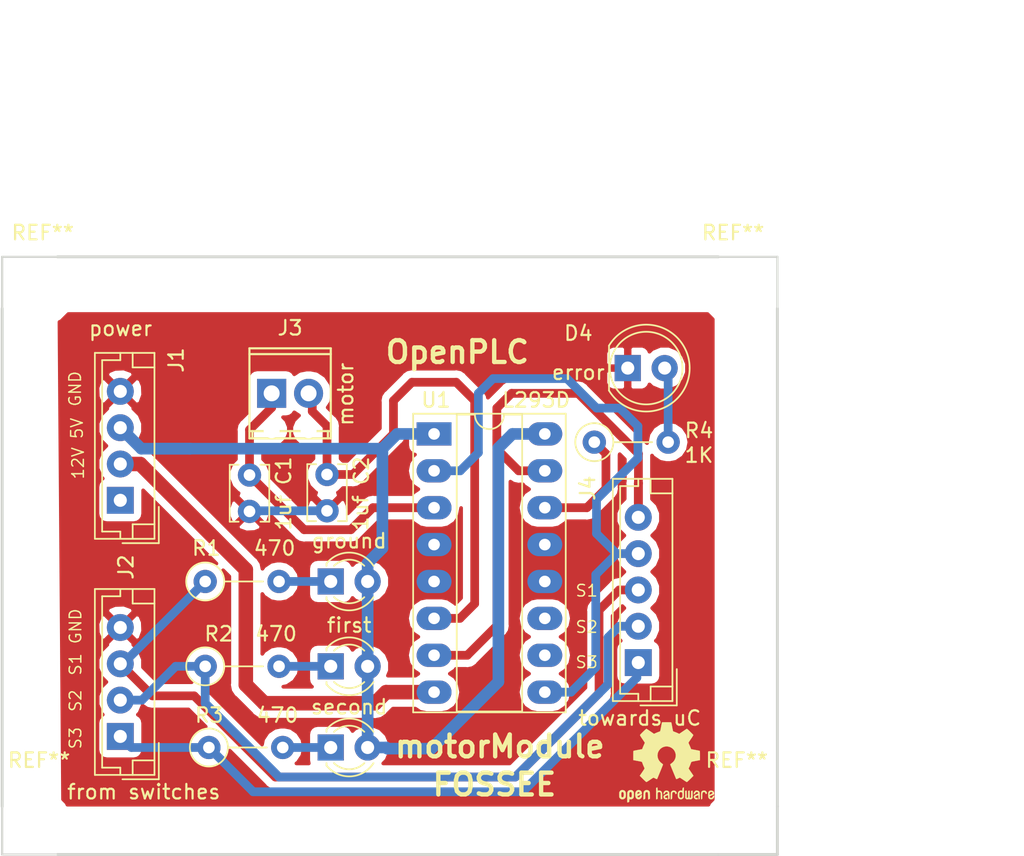
<source format=kicad_pcb>
(kicad_pcb (version 20171130) (host pcbnew 5.0.1)

  (general
    (thickness 1.6)
    (drawings 27)
    (tracks 116)
    (zones 0)
    (modules 20)
    (nets 19)
  )

  (page A4)
  (layers
    (0 F.Cu signal hide)
    (31 B.Cu signal)
    (32 B.Adhes user)
    (33 F.Adhes user)
    (34 B.Paste user)
    (35 F.Paste user)
    (36 B.SilkS user)
    (37 F.SilkS user)
    (38 B.Mask user)
    (39 F.Mask user)
    (40 Dwgs.User user)
    (41 Cmts.User user)
    (42 Eco1.User user)
    (43 Eco2.User user)
    (44 Edge.Cuts user)
    (45 Margin user)
    (46 B.CrtYd user)
    (47 F.CrtYd user)
    (48 B.Fab user)
    (49 F.Fab user)
  )

  (setup
    (last_trace_width 0.6)
    (trace_clearance 0.2)
    (zone_clearance 0.508)
    (zone_45_only no)
    (trace_min 0.2)
    (segment_width 0.2)
    (edge_width 0.15)
    (via_size 0.8)
    (via_drill 0.4)
    (via_min_size 0.4)
    (via_min_drill 0.3)
    (uvia_size 0.3)
    (uvia_drill 0.1)
    (uvias_allowed no)
    (uvia_min_size 0.2)
    (uvia_min_drill 0.1)
    (pcb_text_width 0.3)
    (pcb_text_size 1.5 1.5)
    (mod_edge_width 0.15)
    (mod_text_size 1 1)
    (mod_text_width 0.15)
    (pad_size 2.4 1.6)
    (pad_drill 0.8)
    (pad_to_mask_clearance 0.051)
    (solder_mask_min_width 0.25)
    (aux_axis_origin 0 0)
    (visible_elements FFFFEF7F)
    (pcbplotparams
      (layerselection 0x010fc_ffffffff)
      (usegerberextensions false)
      (usegerberattributes false)
      (usegerberadvancedattributes false)
      (creategerberjobfile false)
      (excludeedgelayer true)
      (linewidth 0.100000)
      (plotframeref false)
      (viasonmask false)
      (mode 1)
      (useauxorigin false)
      (hpglpennumber 1)
      (hpglpenspeed 20)
      (hpglpendiameter 15.000000)
      (psnegative false)
      (psa4output false)
      (plotreference true)
      (plotvalue true)
      (plotinvisibletext false)
      (padsonsilk false)
      (subtractmaskfromsilk false)
      (outputformat 1)
      (mirror false)
      (drillshape 1)
      (scaleselection 1)
      (outputdirectory ""))
  )

  (net 0 "")
  (net 1 +12V)
  (net 2 +5V)
  (net 3 GND)
  (net 4 /sw3)
  (net 5 /sw2)
  (net 6 /sw1)
  (net 7 /2a)
  (net 8 /1a)
  (net 9 "Net-(U1-Pad11)")
  (net 10 "Net-(U1-Pad10)")
  (net 11 "Net-(C1-Pad2)")
  (net 12 "Net-(C2-Pad1)")
  (net 13 "Net-(D1-Pad1)")
  (net 14 "Net-(D2-Pad1)")
  (net 15 "Net-(D3-Pad1)")
  (net 16 "Net-(D4-Pad2)")
  (net 17 "Net-(R4-Pad1)")
  (net 18 "Net-(J1-Pad1)")

  (net_class Default "This is the default net class."
    (clearance 0.2)
    (trace_width 0.6)
    (via_dia 0.8)
    (via_drill 0.4)
    (uvia_dia 0.3)
    (uvia_drill 0.1)
    (add_net /1a)
    (add_net /2a)
    (add_net /sw1)
    (add_net /sw2)
    (add_net /sw3)
    (add_net GND)
    (add_net "Net-(C1-Pad2)")
    (add_net "Net-(C2-Pad1)")
    (add_net "Net-(D1-Pad1)")
    (add_net "Net-(D2-Pad1)")
    (add_net "Net-(D3-Pad1)")
    (add_net "Net-(D4-Pad2)")
    (add_net "Net-(J1-Pad1)")
    (add_net "Net-(R4-Pad1)")
    (add_net "Net-(U1-Pad10)")
    (add_net "Net-(U1-Pad11)")
  )

  (net_class +12V ""
    (clearance 0.2)
    (trace_width 1)
    (via_dia 0.8)
    (via_drill 0.4)
    (uvia_dia 0.3)
    (uvia_drill 0.1)
    (add_net +12V)
  )

  (net_class +5V ""
    (clearance 0.2)
    (trace_width 0.8)
    (via_dia 0.8)
    (via_drill 0.4)
    (uvia_dia 0.3)
    (uvia_drill 0.1)
    (add_net +5V)
  )

  (module Mounting_Holes:MountingHole_3.2mm_M3 (layer F.Cu) (tedit 56D1B4CB) (tstamp 5C3CF157)
    (at 82.296 117.602)
    (descr "Mounting Hole 3.2mm, no annular, M3")
    (tags "mounting hole 3.2mm no annular m3")
    (attr virtual)
    (fp_text reference REF** (at 0 -4.2) (layer F.SilkS)
      (effects (font (size 1 1) (thickness 0.15)))
    )
    (fp_text value MountingHole_3.2mm_M3 (at 0 4.2) (layer F.Fab)
      (effects (font (size 1 1) (thickness 0.15)))
    )
    (fp_text user %R (at 0.3 0) (layer F.Fab)
      (effects (font (size 1 1) (thickness 0.15)))
    )
    (fp_circle (center 0 0) (end 3.2 0) (layer Cmts.User) (width 0.15))
    (fp_circle (center 0 0) (end 3.45 0) (layer F.CrtYd) (width 0.05))
    (pad 1 np_thru_hole circle (at 0 0) (size 3.2 3.2) (drill 3.2) (layers *.Cu *.Mask))
  )

  (module Mounting_Holes:MountingHole_3.2mm_M3 (layer F.Cu) (tedit 56D1B4CB) (tstamp 5C3CEB6F)
    (at 130.302 117.602)
    (descr "Mounting Hole 3.2mm, no annular, M3")
    (tags "mounting hole 3.2mm no annular m3")
    (attr virtual)
    (fp_text reference REF** (at 0 -4.2) (layer F.SilkS)
      (effects (font (size 1 1) (thickness 0.15)))
    )
    (fp_text value MountingHole_3.2mm_M3 (at 0 4.2) (layer F.Fab)
      (effects (font (size 1 1) (thickness 0.15)))
    )
    (fp_circle (center 0 0) (end 3.45 0) (layer F.CrtYd) (width 0.05))
    (fp_circle (center 0 0) (end 3.2 0) (layer Cmts.User) (width 0.15))
    (fp_text user %R (at 0.3 0) (layer F.Fab)
      (effects (font (size 1 1) (thickness 0.15)))
    )
    (pad 1 np_thru_hole circle (at 0 0) (size 3.2 3.2) (drill 3.2) (layers *.Cu *.Mask))
  )

  (module Mounting_Holes:MountingHole_3.2mm_M3 (layer F.Cu) (tedit 56D1B4CB) (tstamp 5C3CE87B)
    (at 82.55 81.28)
    (descr "Mounting Hole 3.2mm, no annular, M3")
    (tags "mounting hole 3.2mm no annular m3")
    (attr virtual)
    (fp_text reference REF** (at 0 -4.2) (layer F.SilkS)
      (effects (font (size 1 1) (thickness 0.15)))
    )
    (fp_text value MountingHole_3.2mm_M3 (at 0 4.2) (layer F.Fab)
      (effects (font (size 1 1) (thickness 0.15)))
    )
    (fp_circle (center 0 0) (end 3.45 0) (layer F.CrtYd) (width 0.05))
    (fp_circle (center 0 0) (end 3.2 0) (layer Cmts.User) (width 0.15))
    (fp_text user %R (at 0.3 0) (layer F.Fab)
      (effects (font (size 1 1) (thickness 0.15)))
    )
    (pad 1 np_thru_hole circle (at 0 0) (size 3.2 3.2) (drill 3.2) (layers *.Cu *.Mask))
  )

  (module Connectors_JST:JST_EH_B05B-EH-A_05x2.50mm_Straight (layer F.Cu) (tedit 5C35F986) (tstamp 5C36513B)
    (at 123.525 106.675 90)
    (descr "JST EH series connector, B05B-EH-A, 2.50mm pitch, top entry")
    (tags "connector jst eh top vertical straight")
    (path /5C2E1BA3)
    (fp_text reference J4 (at 12.005 -3.485 90) (layer F.SilkS)
      (effects (font (size 1 1) (thickness 0.15)))
    )
    (fp_text value "towards uC" (at -3.825 0.1 180) (layer F.SilkS)
      (effects (font (size 1 1) (thickness 0.15)))
    )
    (fp_line (start 13.15 -2.25) (end -3.15 -2.25) (layer F.CrtYd) (width 0.05))
    (fp_line (start 13.15 2.85) (end 13.15 -2.25) (layer F.CrtYd) (width 0.05))
    (fp_line (start -3.15 2.85) (end 13.15 2.85) (layer F.CrtYd) (width 0.05))
    (fp_line (start -3.15 -2.25) (end -3.15 2.85) (layer F.CrtYd) (width 0.05))
    (fp_line (start -2.95 2.65) (end -0.45 2.65) (layer F.Fab) (width 0.1))
    (fp_line (start -2.95 0.15) (end -2.95 2.65) (layer F.Fab) (width 0.1))
    (fp_line (start -2.95 2.65) (end -0.45 2.65) (layer F.SilkS) (width 0.12))
    (fp_line (start -2.95 0.15) (end -2.95 2.65) (layer F.SilkS) (width 0.12))
    (fp_line (start 11.65 0.85) (end 11.65 2.35) (layer F.SilkS) (width 0.12))
    (fp_line (start 12.65 0.85) (end 11.65 0.85) (layer F.SilkS) (width 0.12))
    (fp_line (start -1.65 0.85) (end -1.65 2.35) (layer F.SilkS) (width 0.12))
    (fp_line (start -2.65 0.85) (end -1.65 0.85) (layer F.SilkS) (width 0.12))
    (fp_line (start 12.15 0) (end 12.65 0) (layer F.SilkS) (width 0.12))
    (fp_line (start 12.15 -1.25) (end 12.15 0) (layer F.SilkS) (width 0.12))
    (fp_line (start -2.15 -1.25) (end 12.15 -1.25) (layer F.SilkS) (width 0.12))
    (fp_line (start -2.15 0) (end -2.15 -1.25) (layer F.SilkS) (width 0.12))
    (fp_line (start -2.65 0) (end -2.15 0) (layer F.SilkS) (width 0.12))
    (fp_line (start 12.65 -1.75) (end -2.65 -1.75) (layer F.SilkS) (width 0.12))
    (fp_line (start 12.65 2.35) (end 12.65 -1.75) (layer F.SilkS) (width 0.12))
    (fp_line (start -2.65 2.35) (end 12.65 2.35) (layer F.SilkS) (width 0.12))
    (fp_line (start -2.65 -1.75) (end -2.65 2.35) (layer F.SilkS) (width 0.12))
    (fp_line (start 12.5 -1.6) (end -2.5 -1.6) (layer F.Fab) (width 0.1))
    (fp_line (start 12.5 2.2) (end 12.5 -1.6) (layer F.Fab) (width 0.1))
    (fp_line (start -2.5 2.2) (end 12.5 2.2) (layer F.Fab) (width 0.1))
    (fp_line (start -2.5 -1.6) (end -2.5 2.2) (layer F.Fab) (width 0.1))
    (fp_text user %R (at 12.005 -3.485 90) (layer F.Fab)
      (effects (font (size 1 1) (thickness 0.15)))
    )
    (pad 5 thru_hole circle (at 10 0 90) (size 1.85 1.85) (drill 0.9) (layers *.Cu *.Mask)
      (net 7 /2a))
    (pad 4 thru_hole circle (at 7.5 0 90) (size 1.85 1.85) (drill 0.9) (layers *.Cu *.Mask)
      (net 8 /1a))
    (pad 3 thru_hole circle (at 5 0 90) (size 1.85 1.85) (drill 0.9) (layers *.Cu *.Mask)
      (net 6 /sw1))
    (pad 2 thru_hole circle (at 2.5 0 90) (size 1.85 1.85) (drill 0.9) (layers *.Cu *.Mask)
      (net 5 /sw2))
    (pad 1 thru_hole rect (at 0 0 90) (size 1.85 1.85) (drill 0.9) (layers *.Cu *.Mask)
      (net 4 /sw3))
    (model Connectors_JST.3dshapes/JST_EH_B05B-EH-A_05x2.50mm_Straight.wrl
      (at (xyz 0 0 0))
      (scale (xyz 1 1 1))
      (rotate (xyz 0 0 0))
    )
  )

  (module LEDs:LED_D5.0mm (layer F.Cu) (tedit 5C35EEAA) (tstamp 5C32FAA9)
    (at 122.8 86.4)
    (descr "LED, diameter 5.0mm, 2 pins, http://cdn-reichelt.de/documents/datenblatt/A500/LL-504BC2E-009.pdf")
    (tags "LED diameter 5.0mm 2 pins")
    (path /5C333823)
    (fp_text reference D4 (at -3.4 -2.4) (layer F.SilkS)
      (effects (font (size 1 1) (thickness 0.15)))
    )
    (fp_text value error (at -3.4 0.3) (layer F.SilkS)
      (effects (font (size 1 1) (thickness 0.15)))
    )
    (fp_text user %R (at -1.15 -2.575) (layer F.Fab)
      (effects (font (size 0.8 0.8) (thickness 0.2)))
    )
    (fp_line (start 4.5 -3.25) (end -1.95 -3.25) (layer F.CrtYd) (width 0.05))
    (fp_line (start 4.5 3.25) (end 4.5 -3.25) (layer F.CrtYd) (width 0.05))
    (fp_line (start -1.95 3.25) (end 4.5 3.25) (layer F.CrtYd) (width 0.05))
    (fp_line (start -1.95 -3.25) (end -1.95 3.25) (layer F.CrtYd) (width 0.05))
    (fp_line (start -1.29 -1.545) (end -1.29 1.545) (layer F.SilkS) (width 0.12))
    (fp_line (start -1.23 -1.469694) (end -1.23 1.469694) (layer F.Fab) (width 0.1))
    (fp_circle (center 1.27 0) (end 3.77 0) (layer F.SilkS) (width 0.12))
    (fp_circle (center 1.27 0) (end 3.77 0) (layer F.Fab) (width 0.1))
    (fp_arc (start 1.27 0) (end -1.29 1.54483) (angle -148.9) (layer F.SilkS) (width 0.12))
    (fp_arc (start 1.27 0) (end -1.29 -1.54483) (angle 148.9) (layer F.SilkS) (width 0.12))
    (fp_arc (start 1.27 0) (end -1.23 -1.469694) (angle 299.1) (layer F.Fab) (width 0.1))
    (pad 2 thru_hole circle (at 2.54 0) (size 1.8 1.8) (drill 0.9) (layers *.Cu *.Mask)
      (net 16 "Net-(D4-Pad2)"))
    (pad 1 thru_hole rect (at 0 0) (size 1.8 1.8) (drill 0.9) (layers *.Cu *.Mask)
      (net 3 GND))
    (model ${KISYS3DMOD}/LEDs.3dshapes/LED_D5.0mm.wrl
      (at (xyz 0 0 0))
      (scale (xyz 0.393701 0.393701 0.393701))
      (rotate (xyz 0 0 0))
    )
  )

  (module Resistors_THT:R_Axial_DIN0207_L6.3mm_D2.5mm_P5.08mm_Vertical (layer F.Cu) (tedit 5C35EEC3) (tstamp 5C32F518)
    (at 120.5 91.5)
    (descr "Resistor, Axial_DIN0207 series, Axial, Vertical, pin pitch=5.08mm, 0.25W = 1/4W, length*diameter=6.3*2.5mm^2, http://cdn-reichelt.de/documents/datenblatt/B400/1_4W%23YAG.pdf")
    (tags "Resistor Axial_DIN0207 series Axial Vertical pin pitch 5.08mm 0.25W = 1/4W length 6.3mm diameter 2.5mm")
    (path /5C332B9A)
    (fp_text reference R4 (at 7.2 -0.8) (layer F.SilkS)
      (effects (font (size 1 1) (thickness 0.15)))
    )
    (fp_text value 1K (at 7.2 0.9) (layer F.SilkS)
      (effects (font (size 1 1) (thickness 0.15)))
    )
    (fp_line (start 6.2 -1.6) (end -1.6 -1.6) (layer F.CrtYd) (width 0.05))
    (fp_line (start 6.2 1.6) (end 6.2 -1.6) (layer F.CrtYd) (width 0.05))
    (fp_line (start -1.6 1.6) (end 6.2 1.6) (layer F.CrtYd) (width 0.05))
    (fp_line (start -1.6 -1.6) (end -1.6 1.6) (layer F.CrtYd) (width 0.05))
    (fp_line (start 1.31 0) (end 3.98 0) (layer F.SilkS) (width 0.12))
    (fp_line (start 0 0) (end 5.08 0) (layer F.Fab) (width 0.1))
    (fp_circle (center 0 0) (end 1.31 0) (layer F.SilkS) (width 0.12))
    (fp_circle (center 0 0) (end 1.25 0) (layer F.Fab) (width 0.1))
    (pad 2 thru_hole oval (at 5.08 0) (size 1.6 1.6) (drill 0.8) (layers *.Cu *.Mask)
      (net 16 "Net-(D4-Pad2)"))
    (pad 1 thru_hole circle (at 0 0) (size 1.6 1.6) (drill 0.8) (layers *.Cu *.Mask)
      (net 17 "Net-(R4-Pad1)"))
    (model ${KISYS3DMOD}/Resistors_THT.3dshapes/R_Axial_DIN0207_L6.3mm_D2.5mm_P5.08mm_Vertical.wrl
      (at (xyz 0 0 0))
      (scale (xyz 0.393701 0.393701 0.393701))
      (rotate (xyz 0 0 0))
    )
  )

  (module Capacitors_THT:C_Disc_D3.8mm_W2.6mm_P2.50mm (layer F.Cu) (tedit 5C35EE5A) (tstamp 5C2E4371)
    (at 102.108 93.726 270)
    (descr "C, Disc series, Radial, pin pitch=2.50mm, , diameter*width=3.8*2.6mm^2, Capacitor, http://www.vishay.com/docs/45233/krseries.pdf")
    (tags "C Disc series Radial pin pitch 2.50mm  diameter 3.8mm width 2.6mm Capacitor")
    (path /5C2E4D95)
    (fp_text reference C2 (at -0.251 -2.367 270) (layer F.SilkS)
      (effects (font (size 1 1) (thickness 0.15)))
    )
    (fp_text value 1uf (at 2.624 2.983 270) (layer F.SilkS)
      (effects (font (size 1 1) (thickness 0.15)))
    )
    (fp_line (start -0.65 -1.3) (end -0.65 1.3) (layer F.Fab) (width 0.1))
    (fp_line (start -0.65 1.3) (end 3.15 1.3) (layer F.Fab) (width 0.1))
    (fp_line (start 3.15 1.3) (end 3.15 -1.3) (layer F.Fab) (width 0.1))
    (fp_line (start 3.15 -1.3) (end -0.65 -1.3) (layer F.Fab) (width 0.1))
    (fp_line (start -0.71 -1.36) (end 3.21 -1.36) (layer F.SilkS) (width 0.12))
    (fp_line (start -0.71 1.36) (end 3.21 1.36) (layer F.SilkS) (width 0.12))
    (fp_line (start -0.71 -1.36) (end -0.71 -0.75) (layer F.SilkS) (width 0.12))
    (fp_line (start -0.71 0.75) (end -0.71 1.36) (layer F.SilkS) (width 0.12))
    (fp_line (start 3.21 -1.36) (end 3.21 -0.75) (layer F.SilkS) (width 0.12))
    (fp_line (start 3.21 0.75) (end 3.21 1.36) (layer F.SilkS) (width 0.12))
    (fp_line (start -1.05 -1.65) (end -1.05 1.65) (layer F.CrtYd) (width 0.05))
    (fp_line (start -1.05 1.65) (end 3.55 1.65) (layer F.CrtYd) (width 0.05))
    (fp_line (start 3.55 1.65) (end 3.55 -1.65) (layer F.CrtYd) (width 0.05))
    (fp_line (start 3.55 -1.65) (end -1.05 -1.65) (layer F.CrtYd) (width 0.05))
    (fp_text user %R (at -0.251 -2.367 270) (layer F.Fab)
      (effects (font (size 1 1) (thickness 0.15)))
    )
    (pad 1 thru_hole circle (at 0 0 270) (size 1.6 1.6) (drill 0.8) (layers *.Cu *.Mask)
      (net 12 "Net-(C2-Pad1)"))
    (pad 2 thru_hole circle (at 2.5 0 270) (size 1.6 1.6) (drill 0.8) (layers *.Cu *.Mask)
      (net 3 GND))
    (model ${KISYS3DMOD}/Capacitors_THT.3dshapes/C_Disc_D3.8mm_W2.6mm_P2.50mm.wrl
      (at (xyz 0 0 0))
      (scale (xyz 1 1 1))
      (rotate (xyz 0 0 0))
    )
  )

  (module Capacitors_THT:C_Disc_D3.8mm_W2.6mm_P2.50mm (layer F.Cu) (tedit 5C35EE67) (tstamp 5C2E4586)
    (at 96.774 96.266 90)
    (descr "C, Disc series, Radial, pin pitch=2.50mm, , diameter*width=3.8*2.6mm^2, Capacitor, http://www.vishay.com/docs/45233/krseries.pdf")
    (tags "C Disc series Radial pin pitch 2.50mm  diameter 3.8mm width 2.6mm Capacitor")
    (path /5C2E4DE2)
    (fp_text reference C1 (at 2.791 2.351 90) (layer F.SilkS)
      (effects (font (size 1 1) (thickness 0.15)))
    )
    (fp_text value 1uf (at -0.109 7.651 90) (layer F.SilkS)
      (effects (font (size 1 1) (thickness 0.15)))
    )
    (fp_text user %R (at 2.791 2.351 90) (layer F.Fab)
      (effects (font (size 1 1) (thickness 0.15)))
    )
    (fp_line (start 3.55 -1.65) (end -1.05 -1.65) (layer F.CrtYd) (width 0.05))
    (fp_line (start 3.55 1.65) (end 3.55 -1.65) (layer F.CrtYd) (width 0.05))
    (fp_line (start -1.05 1.65) (end 3.55 1.65) (layer F.CrtYd) (width 0.05))
    (fp_line (start -1.05 -1.65) (end -1.05 1.65) (layer F.CrtYd) (width 0.05))
    (fp_line (start 3.21 0.75) (end 3.21 1.36) (layer F.SilkS) (width 0.12))
    (fp_line (start 3.21 -1.36) (end 3.21 -0.75) (layer F.SilkS) (width 0.12))
    (fp_line (start -0.71 0.75) (end -0.71 1.36) (layer F.SilkS) (width 0.12))
    (fp_line (start -0.71 -1.36) (end -0.71 -0.75) (layer F.SilkS) (width 0.12))
    (fp_line (start -0.71 1.36) (end 3.21 1.36) (layer F.SilkS) (width 0.12))
    (fp_line (start -0.71 -1.36) (end 3.21 -1.36) (layer F.SilkS) (width 0.12))
    (fp_line (start 3.15 -1.3) (end -0.65 -1.3) (layer F.Fab) (width 0.1))
    (fp_line (start 3.15 1.3) (end 3.15 -1.3) (layer F.Fab) (width 0.1))
    (fp_line (start -0.65 1.3) (end 3.15 1.3) (layer F.Fab) (width 0.1))
    (fp_line (start -0.65 -1.3) (end -0.65 1.3) (layer F.Fab) (width 0.1))
    (pad 2 thru_hole circle (at 2.5 0 90) (size 1.6 1.6) (drill 0.8) (layers *.Cu *.Mask)
      (net 11 "Net-(C1-Pad2)"))
    (pad 1 thru_hole circle (at 0 0 90) (size 1.6 1.6) (drill 0.8) (layers *.Cu *.Mask)
      (net 3 GND))
    (model ${KISYS3DMOD}/Capacitors_THT.3dshapes/C_Disc_D3.8mm_W2.6mm_P2.50mm.wrl
      (at (xyz 0 0 0))
      (scale (xyz 1 1 1))
      (rotate (xyz 0 0 0))
    )
  )

  (module Resistors_THT:R_Axial_DIN0207_L6.3mm_D2.5mm_P5.08mm_Vertical (layer F.Cu) (tedit 5C35EF18) (tstamp 5C2E3B01)
    (at 93.98 112.522)
    (descr "Resistor, Axial_DIN0207 series, Axial, Vertical, pin pitch=5.08mm, 0.25W = 1/4W, length*diameter=6.3*2.5mm^2, http://cdn-reichelt.de/documents/datenblatt/B400/1_4W%23YAG.pdf")
    (tags "Resistor Axial_DIN0207 series Axial Vertical pin pitch 5.08mm 0.25W = 1/4W length 6.3mm diameter 2.5mm")
    (path /5C2E9431)
    (fp_text reference R3 (at 0.02 -2.222) (layer F.SilkS)
      (effects (font (size 1 1) (thickness 0.15)))
    )
    (fp_text value 470 (at 4.72 -2.222) (layer F.SilkS)
      (effects (font (size 1 1) (thickness 0.15)))
    )
    (fp_line (start 6.2 -1.6) (end -1.6 -1.6) (layer F.CrtYd) (width 0.05))
    (fp_line (start 6.2 1.6) (end 6.2 -1.6) (layer F.CrtYd) (width 0.05))
    (fp_line (start -1.6 1.6) (end 6.2 1.6) (layer F.CrtYd) (width 0.05))
    (fp_line (start -1.6 -1.6) (end -1.6 1.6) (layer F.CrtYd) (width 0.05))
    (fp_line (start 1.31 0) (end 3.98 0) (layer F.SilkS) (width 0.12))
    (fp_line (start 0 0) (end 5.08 0) (layer F.Fab) (width 0.1))
    (fp_circle (center 0 0) (end 1.31 0) (layer F.SilkS) (width 0.12))
    (fp_circle (center 0 0) (end 1.25 0) (layer F.Fab) (width 0.1))
    (pad 2 thru_hole oval (at 5.08 0) (size 1.6 1.6) (drill 0.8) (layers *.Cu *.Mask)
      (net 15 "Net-(D3-Pad1)"))
    (pad 1 thru_hole circle (at 0 0) (size 1.6 1.6) (drill 0.8) (layers *.Cu *.Mask)
      (net 4 /sw3))
    (model ${KISYS3DMOD}/Resistors_THT.3dshapes/R_Axial_DIN0207_L6.3mm_D2.5mm_P5.08mm_Vertical.wrl
      (at (xyz 0 0 0))
      (scale (xyz 0.393701 0.393701 0.393701))
      (rotate (xyz 0 0 0))
    )
  )

  (module Resistors_THT:R_Axial_DIN0207_L6.3mm_D2.5mm_P5.08mm_Vertical (layer F.Cu) (tedit 5C35EF03) (tstamp 5C2E3AF4)
    (at 93.726 106.934)
    (descr "Resistor, Axial_DIN0207 series, Axial, Vertical, pin pitch=5.08mm, 0.25W = 1/4W, length*diameter=6.3*2.5mm^2, http://cdn-reichelt.de/documents/datenblatt/B400/1_4W%23YAG.pdf")
    (tags "Resistor Axial_DIN0207 series Axial Vertical pin pitch 5.08mm 0.25W = 1/4W length 6.3mm diameter 2.5mm")
    (path /5C2E9401)
    (fp_text reference R2 (at 0.924 -2.234) (layer F.SilkS)
      (effects (font (size 1 1) (thickness 0.15)))
    )
    (fp_text value 470 (at 4.874 -2.234) (layer F.SilkS)
      (effects (font (size 1 1) (thickness 0.15)))
    )
    (fp_circle (center 0 0) (end 1.25 0) (layer F.Fab) (width 0.1))
    (fp_circle (center 0 0) (end 1.31 0) (layer F.SilkS) (width 0.12))
    (fp_line (start 0 0) (end 5.08 0) (layer F.Fab) (width 0.1))
    (fp_line (start 1.31 0) (end 3.98 0) (layer F.SilkS) (width 0.12))
    (fp_line (start -1.6 -1.6) (end -1.6 1.6) (layer F.CrtYd) (width 0.05))
    (fp_line (start -1.6 1.6) (end 6.2 1.6) (layer F.CrtYd) (width 0.05))
    (fp_line (start 6.2 1.6) (end 6.2 -1.6) (layer F.CrtYd) (width 0.05))
    (fp_line (start 6.2 -1.6) (end -1.6 -1.6) (layer F.CrtYd) (width 0.05))
    (pad 1 thru_hole circle (at 0 0) (size 1.6 1.6) (drill 0.8) (layers *.Cu *.Mask)
      (net 5 /sw2))
    (pad 2 thru_hole oval (at 5.08 0) (size 1.6 1.6) (drill 0.8) (layers *.Cu *.Mask)
      (net 14 "Net-(D2-Pad1)"))
    (model ${KISYS3DMOD}/Resistors_THT.3dshapes/R_Axial_DIN0207_L6.3mm_D2.5mm_P5.08mm_Vertical.wrl
      (at (xyz 0 0 0))
      (scale (xyz 0.393701 0.393701 0.393701))
      (rotate (xyz 0 0 0))
    )
  )

  (module Resistors_THT:R_Axial_DIN0207_L6.3mm_D2.5mm_P5.08mm_Vertical (layer F.Cu) (tedit 5C35EE75) (tstamp 5C35EFB9)
    (at 93.726 101.092)
    (descr "Resistor, Axial_DIN0207 series, Axial, Vertical, pin pitch=5.08mm, 0.25W = 1/4W, length*diameter=6.3*2.5mm^2, http://cdn-reichelt.de/documents/datenblatt/B400/1_4W%23YAG.pdf")
    (tags "Resistor Axial_DIN0207 series Axial Vertical pin pitch 5.08mm 0.25W = 1/4W length 6.3mm diameter 2.5mm")
    (path /5C2E932B)
    (fp_text reference R1 (at 0.074 -2.292) (layer F.SilkS)
      (effects (font (size 1 1) (thickness 0.15)))
    )
    (fp_text value 470 (at 4.774 -2.292) (layer F.SilkS)
      (effects (font (size 1 1) (thickness 0.15)))
    )
    (fp_line (start 6.2 -1.6) (end -1.6 -1.6) (layer F.CrtYd) (width 0.05))
    (fp_line (start 6.2 1.6) (end 6.2 -1.6) (layer F.CrtYd) (width 0.05))
    (fp_line (start -1.6 1.6) (end 6.2 1.6) (layer F.CrtYd) (width 0.05))
    (fp_line (start -1.6 -1.6) (end -1.6 1.6) (layer F.CrtYd) (width 0.05))
    (fp_line (start 1.31 0) (end 3.98 0) (layer F.SilkS) (width 0.12))
    (fp_line (start 0 0) (end 5.08 0) (layer F.Fab) (width 0.1))
    (fp_circle (center 0 0) (end 1.31 0) (layer F.SilkS) (width 0.12))
    (fp_circle (center 0 0) (end 1.25 0) (layer F.Fab) (width 0.1))
    (pad 2 thru_hole oval (at 5.08 0) (size 1.6 1.6) (drill 0.8) (layers *.Cu *.Mask)
      (net 13 "Net-(D1-Pad1)"))
    (pad 1 thru_hole circle (at 0 0) (size 1.6 1.6) (drill 0.8) (layers *.Cu *.Mask)
      (net 6 /sw1))
    (model ${KISYS3DMOD}/Resistors_THT.3dshapes/R_Axial_DIN0207_L6.3mm_D2.5mm_P5.08mm_Vertical.wrl
      (at (xyz 0 0 0))
      (scale (xyz 0.393701 0.393701 0.393701))
      (rotate (xyz 0 0 0))
    )
  )

  (module LEDs:LED_D3.0mm (layer F.Cu) (tedit 5C3C6081) (tstamp 5C3CE349)
    (at 102.362 112.522)
    (descr "LED, diameter 3.0mm, 2 pins")
    (tags "LED diameter 3.0mm 2 pins")
    (path /5C2E5E7E)
    (fp_text reference D3 (at -0.254 -1.524) (layer F.Fab)
      (effects (font (size 1 1) (thickness 0.15)))
    )
    (fp_text value second (at 1.27 -2.794) (layer F.SilkS)
      (effects (font (size 1 1) (thickness 0.15)))
    )
    (fp_line (start 3.7 -2.25) (end -1.15 -2.25) (layer F.CrtYd) (width 0.05))
    (fp_line (start 3.7 2.25) (end 3.7 -2.25) (layer F.CrtYd) (width 0.05))
    (fp_line (start -1.15 2.25) (end 3.7 2.25) (layer F.CrtYd) (width 0.05))
    (fp_line (start -1.15 -2.25) (end -1.15 2.25) (layer F.CrtYd) (width 0.05))
    (fp_line (start -0.29 1.08) (end -0.29 1.236) (layer F.SilkS) (width 0.12))
    (fp_line (start -0.29 -1.236) (end -0.29 -1.08) (layer F.SilkS) (width 0.12))
    (fp_line (start -0.23 -1.16619) (end -0.23 1.16619) (layer F.Fab) (width 0.1))
    (fp_circle (center 1.27 0) (end 2.77 0) (layer F.Fab) (width 0.1))
    (fp_arc (start 1.27 0) (end 0.229039 1.08) (angle -87.9) (layer F.SilkS) (width 0.12))
    (fp_arc (start 1.27 0) (end 0.229039 -1.08) (angle 87.9) (layer F.SilkS) (width 0.12))
    (fp_arc (start 1.27 0) (end -0.29 1.235516) (angle -108.8) (layer F.SilkS) (width 0.12))
    (fp_arc (start 1.27 0) (end -0.29 -1.235516) (angle 108.8) (layer F.SilkS) (width 0.12))
    (fp_arc (start 1.27 0) (end -0.23 -1.16619) (angle 284.3) (layer F.Fab) (width 0.1))
    (pad 2 thru_hole circle (at 2.54 0) (size 1.8 1.8) (drill 0.9) (layers *.Cu *.Mask)
      (net 2 +5V))
    (pad 1 thru_hole rect (at 0 0) (size 1.8 1.8) (drill 0.9) (layers *.Cu *.Mask)
      (net 15 "Net-(D3-Pad1)"))
    (model ${KISYS3DMOD}/LEDs.3dshapes/LED_D3.0mm.wrl
      (at (xyz 0 0 0))
      (scale (xyz 0.393701 0.393701 0.393701))
      (rotate (xyz 0 0 0))
    )
  )

  (module LEDs:LED_D3.0mm (layer F.Cu) (tedit 5C3C6074) (tstamp 5C2E3D7F)
    (at 102.362 106.934)
    (descr "LED, diameter 3.0mm, 2 pins")
    (tags "LED diameter 3.0mm 2 pins")
    (path /5C2E5E42)
    (fp_text reference D2 (at 4.572 -0.254) (layer F.Fab)
      (effects (font (size 1 1) (thickness 0.15)))
    )
    (fp_text value first (at 1.27 -2.834) (layer F.SilkS)
      (effects (font (size 1 1) (thickness 0.15)))
    )
    (fp_arc (start 1.27 0) (end -0.23 -1.16619) (angle 284.3) (layer F.Fab) (width 0.1))
    (fp_arc (start 1.27 0) (end -0.29 -1.235516) (angle 108.8) (layer F.SilkS) (width 0.12))
    (fp_arc (start 1.27 0) (end -0.29 1.235516) (angle -108.8) (layer F.SilkS) (width 0.12))
    (fp_arc (start 1.27 0) (end 0.229039 -1.08) (angle 87.9) (layer F.SilkS) (width 0.12))
    (fp_arc (start 1.27 0) (end 0.229039 1.08) (angle -87.9) (layer F.SilkS) (width 0.12))
    (fp_circle (center 1.27 0) (end 2.77 0) (layer F.Fab) (width 0.1))
    (fp_line (start -0.23 -1.16619) (end -0.23 1.16619) (layer F.Fab) (width 0.1))
    (fp_line (start -0.29 -1.236) (end -0.29 -1.08) (layer F.SilkS) (width 0.12))
    (fp_line (start -0.29 1.08) (end -0.29 1.236) (layer F.SilkS) (width 0.12))
    (fp_line (start -1.15 -2.25) (end -1.15 2.25) (layer F.CrtYd) (width 0.05))
    (fp_line (start -1.15 2.25) (end 3.7 2.25) (layer F.CrtYd) (width 0.05))
    (fp_line (start 3.7 2.25) (end 3.7 -2.25) (layer F.CrtYd) (width 0.05))
    (fp_line (start 3.7 -2.25) (end -1.15 -2.25) (layer F.CrtYd) (width 0.05))
    (pad 1 thru_hole rect (at 0 0) (size 1.8 1.8) (drill 0.9) (layers *.Cu *.Mask)
      (net 14 "Net-(D2-Pad1)"))
    (pad 2 thru_hole circle (at 2.54 0) (size 1.8 1.8) (drill 0.9) (layers *.Cu *.Mask)
      (net 2 +5V))
    (model ${KISYS3DMOD}/LEDs.3dshapes/LED_D3.0mm.wrl
      (at (xyz 0 0 0))
      (scale (xyz 0.393701 0.393701 0.393701))
      (rotate (xyz 0 0 0))
    )
  )

  (module LEDs:LED_D3.0mm (layer F.Cu) (tedit 5C3C6066) (tstamp 5C2E3DDA)
    (at 102.362 101.092)
    (descr "LED, diameter 3.0mm, 2 pins")
    (tags "LED diameter 3.0mm 2 pins")
    (path /5C2E5DA0)
    (fp_text reference D1 (at 4.572 -0.508) (layer F.Fab)
      (effects (font (size 1 1) (thickness 0.15)))
    )
    (fp_text value ground (at 1.27 -2.794) (layer F.SilkS)
      (effects (font (size 1 1) (thickness 0.15)))
    )
    (fp_line (start 3.7 -2.25) (end -1.15 -2.25) (layer F.CrtYd) (width 0.05))
    (fp_line (start 3.7 2.25) (end 3.7 -2.25) (layer F.CrtYd) (width 0.05))
    (fp_line (start -1.15 2.25) (end 3.7 2.25) (layer F.CrtYd) (width 0.05))
    (fp_line (start -1.15 -2.25) (end -1.15 2.25) (layer F.CrtYd) (width 0.05))
    (fp_line (start -0.29 1.08) (end -0.29 1.236) (layer F.SilkS) (width 0.12))
    (fp_line (start -0.29 -1.236) (end -0.29 -1.08) (layer F.SilkS) (width 0.12))
    (fp_line (start -0.23 -1.16619) (end -0.23 1.16619) (layer F.Fab) (width 0.1))
    (fp_circle (center 1.27 0) (end 2.77 0) (layer F.Fab) (width 0.1))
    (fp_arc (start 1.27 0) (end 0.229039 1.08) (angle -87.9) (layer F.SilkS) (width 0.12))
    (fp_arc (start 1.27 0) (end 0.229039 -1.08) (angle 87.9) (layer F.SilkS) (width 0.12))
    (fp_arc (start 1.27 0) (end -0.29 1.235516) (angle -108.8) (layer F.SilkS) (width 0.12))
    (fp_arc (start 1.27 0) (end -0.29 -1.235516) (angle 108.8) (layer F.SilkS) (width 0.12))
    (fp_arc (start 1.27 0) (end -0.23 -1.16619) (angle 284.3) (layer F.Fab) (width 0.1))
    (pad 2 thru_hole circle (at 2.54 0) (size 1.8 1.8) (drill 0.9) (layers *.Cu *.Mask)
      (net 2 +5V))
    (pad 1 thru_hole rect (at 0 0) (size 1.8 1.8) (drill 0.9) (layers *.Cu *.Mask)
      (net 13 "Net-(D1-Pad1)"))
    (model ${KISYS3DMOD}/LEDs.3dshapes/LED_D3.0mm.wrl
      (at (xyz 0 0 0))
      (scale (xyz 0.393701 0.393701 0.393701))
      (rotate (xyz 0 0 0))
    )
  )

  (module Housings_DIP:DIP-16_W7.62mm_Socket_LongPads (layer F.Cu) (tedit 5C35EF60) (tstamp 5C2E05C8)
    (at 109.474 90.932)
    (descr "16-lead though-hole mounted DIP package, row spacing 7.62 mm (300 mils), Socket, LongPads")
    (tags "THT DIP DIL PDIP 2.54mm 7.62mm 300mil Socket LongPads")
    (path /5C2E03BE)
    (fp_text reference U1 (at 0.126 -2.332) (layer F.SilkS)
      (effects (font (size 1 1) (thickness 0.15)))
    )
    (fp_text value L293D (at 7.026 -2.332) (layer F.SilkS)
      (effects (font (size 1 1) (thickness 0.15)))
    )
    (fp_text user %R (at 3.81 8.89) (layer F.Fab)
      (effects (font (size 1 1) (thickness 0.15)))
    )
    (fp_line (start 9.15 -1.6) (end -1.55 -1.6) (layer F.CrtYd) (width 0.05))
    (fp_line (start 9.15 19.4) (end 9.15 -1.6) (layer F.CrtYd) (width 0.05))
    (fp_line (start -1.55 19.4) (end 9.15 19.4) (layer F.CrtYd) (width 0.05))
    (fp_line (start -1.55 -1.6) (end -1.55 19.4) (layer F.CrtYd) (width 0.05))
    (fp_line (start 9.06 -1.39) (end -1.44 -1.39) (layer F.SilkS) (width 0.12))
    (fp_line (start 9.06 19.17) (end 9.06 -1.39) (layer F.SilkS) (width 0.12))
    (fp_line (start -1.44 19.17) (end 9.06 19.17) (layer F.SilkS) (width 0.12))
    (fp_line (start -1.44 -1.39) (end -1.44 19.17) (layer F.SilkS) (width 0.12))
    (fp_line (start 6.06 -1.33) (end 4.81 -1.33) (layer F.SilkS) (width 0.12))
    (fp_line (start 6.06 19.11) (end 6.06 -1.33) (layer F.SilkS) (width 0.12))
    (fp_line (start 1.56 19.11) (end 6.06 19.11) (layer F.SilkS) (width 0.12))
    (fp_line (start 1.56 -1.33) (end 1.56 19.11) (layer F.SilkS) (width 0.12))
    (fp_line (start 2.81 -1.33) (end 1.56 -1.33) (layer F.SilkS) (width 0.12))
    (fp_line (start 8.89 -1.33) (end -1.27 -1.33) (layer F.Fab) (width 0.1))
    (fp_line (start 8.89 19.11) (end 8.89 -1.33) (layer F.Fab) (width 0.1))
    (fp_line (start -1.27 19.11) (end 8.89 19.11) (layer F.Fab) (width 0.1))
    (fp_line (start -1.27 -1.33) (end -1.27 19.11) (layer F.Fab) (width 0.1))
    (fp_line (start 0.635 -0.27) (end 1.635 -1.27) (layer F.Fab) (width 0.1))
    (fp_line (start 0.635 19.05) (end 0.635 -0.27) (layer F.Fab) (width 0.1))
    (fp_line (start 6.985 19.05) (end 0.635 19.05) (layer F.Fab) (width 0.1))
    (fp_line (start 6.985 -1.27) (end 6.985 19.05) (layer F.Fab) (width 0.1))
    (fp_line (start 1.635 -1.27) (end 6.985 -1.27) (layer F.Fab) (width 0.1))
    (fp_arc (start 3.81 -1.33) (end 2.81 -1.33) (angle -180) (layer F.SilkS) (width 0.12))
    (pad 16 thru_hole oval (at 7.62 0) (size 2.4 1.6) (drill 0.8) (layers *.Cu *.Mask)
      (net 2 +5V))
    (pad 8 thru_hole oval (at 0 17.78) (size 2.4 1.6) (drill 0.8) (layers *.Cu *.Mask)
      (net 1 +12V))
    (pad 15 thru_hole oval (at 7.62 2.54) (size 2.4 1.6) (drill 0.8) (layers *.Cu *.Mask)
      (net 7 /2a))
    (pad 7 thru_hole oval (at 0 15.24) (size 2.4 1.6) (drill 0.8) (layers *.Cu *.Mask)
      (net 7 /2a))
    (pad 14 thru_hole oval (at 7.62 5.08) (size 2.4 1.6) (drill 0.8) (layers *.Cu *.Mask)
      (net 17 "Net-(R4-Pad1)"))
    (pad 6 thru_hole oval (at 0 12.7) (size 2.4 1.6) (drill 0.8) (layers *.Cu *.Mask)
      (net 12 "Net-(C2-Pad1)"))
    (pad 13 thru_hole oval (at 7.62 7.62) (size 2.4 1.6) (drill 0.8) (layers *.Cu *.Mask)
      (net 3 GND) (zone_connect 2))
    (pad 5 thru_hole oval (at 0 10.16) (size 2.4 1.6) (drill 0.8) (layers *.Cu *.Mask)
      (net 3 GND) (zone_connect 2))
    (pad 12 thru_hole oval (at 7.62 10.16) (size 2.4 1.6) (drill 0.8) (layers *.Cu *.Mask)
      (net 3 GND) (zone_connect 2))
    (pad 4 thru_hole oval (at 0 7.62) (size 2.4 1.6) (drill 0.8) (layers *.Cu *.Mask)
      (net 3 GND) (zone_connect 2))
    (pad 11 thru_hole oval (at 7.62 12.7) (size 2.4 1.6) (drill 0.8) (layers *.Cu *.Mask)
      (net 9 "Net-(U1-Pad11)"))
    (pad 3 thru_hole oval (at 0 5.08) (size 2.4 1.6) (drill 0.8) (layers *.Cu *.Mask)
      (net 11 "Net-(C1-Pad2)"))
    (pad 10 thru_hole oval (at 7.62 15.24) (size 2.4 1.6) (drill 0.8) (layers *.Cu *.Mask)
      (net 10 "Net-(U1-Pad10)"))
    (pad 2 thru_hole oval (at 0 2.54) (size 2.4 1.6) (drill 0.8) (layers *.Cu *.Mask)
      (net 8 /1a))
    (pad 9 thru_hole oval (at 7.62 17.78) (size 2.4 1.6) (drill 0.8) (layers *.Cu *.Mask)
      (net 8 /1a))
    (pad 1 thru_hole rect (at 0 0) (size 2.4 1.6) (drill 0.8) (layers *.Cu *.Mask)
      (net 2 +5V))
    (model ${KISYS3DMOD}/Housings_DIP.3dshapes/DIP-16_W7.62mm_Socket.wrl
      (at (xyz 0 0 0))
      (scale (xyz 1 1 1))
      (rotate (xyz 0 0 0))
    )
  )

  (module Connectors_JST:JST_EH_B04B-EH-A_04x2.50mm_Straight (layer F.Cu) (tedit 5C35EEE8) (tstamp 5C35F458)
    (at 87.884 95.504 90)
    (descr "JST EH series connector, B04B-EH-A, 2.50mm pitch, top entry")
    (tags "connector jst eh top vertical straight")
    (path /5C2E1CA4)
    (fp_text reference J1 (at 9.654 3.841 90) (layer F.SilkS)
      (effects (font (size 1 1) (thickness 0.15)))
    )
    (fp_text value power (at 11.829 0.016 180) (layer F.SilkS)
      (effects (font (size 1 1) (thickness 0.15)))
    )
    (fp_line (start 10.65 -2.25) (end -3.15 -2.25) (layer F.CrtYd) (width 0.05))
    (fp_line (start 10.65 2.85) (end 10.65 -2.25) (layer F.CrtYd) (width 0.05))
    (fp_line (start -3.15 2.85) (end 10.65 2.85) (layer F.CrtYd) (width 0.05))
    (fp_line (start -3.15 -2.25) (end -3.15 2.85) (layer F.CrtYd) (width 0.05))
    (fp_line (start -2.95 2.65) (end -0.45 2.65) (layer F.Fab) (width 0.1))
    (fp_line (start -2.95 0.15) (end -2.95 2.65) (layer F.Fab) (width 0.1))
    (fp_line (start -2.95 2.65) (end -0.45 2.65) (layer F.SilkS) (width 0.12))
    (fp_line (start -2.95 0.15) (end -2.95 2.65) (layer F.SilkS) (width 0.12))
    (fp_line (start 9.15 0.85) (end 9.15 2.35) (layer F.SilkS) (width 0.12))
    (fp_line (start 10.15 0.85) (end 9.15 0.85) (layer F.SilkS) (width 0.12))
    (fp_line (start -1.65 0.85) (end -1.65 2.35) (layer F.SilkS) (width 0.12))
    (fp_line (start -2.65 0.85) (end -1.65 0.85) (layer F.SilkS) (width 0.12))
    (fp_line (start 9.65 0) (end 10.15 0) (layer F.SilkS) (width 0.12))
    (fp_line (start 9.65 -1.25) (end 9.65 0) (layer F.SilkS) (width 0.12))
    (fp_line (start -2.15 -1.25) (end 9.65 -1.25) (layer F.SilkS) (width 0.12))
    (fp_line (start -2.15 0) (end -2.15 -1.25) (layer F.SilkS) (width 0.12))
    (fp_line (start -2.65 0) (end -2.15 0) (layer F.SilkS) (width 0.12))
    (fp_line (start 10.15 -1.75) (end -2.65 -1.75) (layer F.SilkS) (width 0.12))
    (fp_line (start 10.15 2.35) (end 10.15 -1.75) (layer F.SilkS) (width 0.12))
    (fp_line (start -2.65 2.35) (end 10.15 2.35) (layer F.SilkS) (width 0.12))
    (fp_line (start -2.65 -1.75) (end -2.65 2.35) (layer F.SilkS) (width 0.12))
    (fp_line (start 10 -1.6) (end -2.5 -1.6) (layer F.Fab) (width 0.1))
    (fp_line (start 10 2.2) (end 10 -1.6) (layer F.Fab) (width 0.1))
    (fp_line (start -2.5 2.2) (end 10 2.2) (layer F.Fab) (width 0.1))
    (fp_line (start -2.5 -1.6) (end -2.5 2.2) (layer F.Fab) (width 0.1))
    (fp_text user %R (at 9.654 3.841 90) (layer F.Fab)
      (effects (font (size 1 1) (thickness 0.15)))
    )
    (pad 4 thru_hole circle (at 7.5 0 90) (size 1.85 1.85) (drill 0.9) (layers *.Cu *.Mask)
      (net 3 GND))
    (pad 3 thru_hole circle (at 5 0 90) (size 1.85 1.85) (drill 0.9) (layers *.Cu *.Mask)
      (net 2 +5V))
    (pad 2 thru_hole circle (at 2.5 0 90) (size 1.85 1.85) (drill 0.9) (layers *.Cu *.Mask)
      (net 1 +12V))
    (pad 1 thru_hole rect (at 0 0 90) (size 1.85 1.85) (drill 0.9) (layers *.Cu *.Mask)
      (net 18 "Net-(J1-Pad1)"))
    (model Connectors_JST.3dshapes/JST_EH_B04B-EH-A_04x2.50mm_Straight.wrl
      (at (xyz 0 0 0))
      (scale (xyz 1 1 1))
      (rotate (xyz 0 0 0))
    )
  )

  (module Connectors_JST:JST_EH_B04B-EH-A_04x2.50mm_Straight (layer F.Cu) (tedit 5C35EEEF) (tstamp 5C2DF3A6)
    (at 87.884 111.76 90)
    (descr "JST EH series connector, B04B-EH-A, 2.50mm pitch, top entry")
    (tags "connector jst eh top vertical straight")
    (path /5C2E2661)
    (fp_text reference J2 (at 11.66 0.391 90) (layer F.SilkS)
      (effects (font (size 1 1) (thickness 0.15)))
    )
    (fp_text value "from switches" (at -3.815 1.616 180) (layer F.SilkS)
      (effects (font (size 1 1) (thickness 0.15)))
    )
    (fp_text user %R (at 11.66 0.391 90) (layer F.Fab)
      (effects (font (size 1 1) (thickness 0.15)))
    )
    (fp_line (start -2.5 -1.6) (end -2.5 2.2) (layer F.Fab) (width 0.1))
    (fp_line (start -2.5 2.2) (end 10 2.2) (layer F.Fab) (width 0.1))
    (fp_line (start 10 2.2) (end 10 -1.6) (layer F.Fab) (width 0.1))
    (fp_line (start 10 -1.6) (end -2.5 -1.6) (layer F.Fab) (width 0.1))
    (fp_line (start -2.65 -1.75) (end -2.65 2.35) (layer F.SilkS) (width 0.12))
    (fp_line (start -2.65 2.35) (end 10.15 2.35) (layer F.SilkS) (width 0.12))
    (fp_line (start 10.15 2.35) (end 10.15 -1.75) (layer F.SilkS) (width 0.12))
    (fp_line (start 10.15 -1.75) (end -2.65 -1.75) (layer F.SilkS) (width 0.12))
    (fp_line (start -2.65 0) (end -2.15 0) (layer F.SilkS) (width 0.12))
    (fp_line (start -2.15 0) (end -2.15 -1.25) (layer F.SilkS) (width 0.12))
    (fp_line (start -2.15 -1.25) (end 9.65 -1.25) (layer F.SilkS) (width 0.12))
    (fp_line (start 9.65 -1.25) (end 9.65 0) (layer F.SilkS) (width 0.12))
    (fp_line (start 9.65 0) (end 10.15 0) (layer F.SilkS) (width 0.12))
    (fp_line (start -2.65 0.85) (end -1.65 0.85) (layer F.SilkS) (width 0.12))
    (fp_line (start -1.65 0.85) (end -1.65 2.35) (layer F.SilkS) (width 0.12))
    (fp_line (start 10.15 0.85) (end 9.15 0.85) (layer F.SilkS) (width 0.12))
    (fp_line (start 9.15 0.85) (end 9.15 2.35) (layer F.SilkS) (width 0.12))
    (fp_line (start -2.95 0.15) (end -2.95 2.65) (layer F.SilkS) (width 0.12))
    (fp_line (start -2.95 2.65) (end -0.45 2.65) (layer F.SilkS) (width 0.12))
    (fp_line (start -2.95 0.15) (end -2.95 2.65) (layer F.Fab) (width 0.1))
    (fp_line (start -2.95 2.65) (end -0.45 2.65) (layer F.Fab) (width 0.1))
    (fp_line (start -3.15 -2.25) (end -3.15 2.85) (layer F.CrtYd) (width 0.05))
    (fp_line (start -3.15 2.85) (end 10.65 2.85) (layer F.CrtYd) (width 0.05))
    (fp_line (start 10.65 2.85) (end 10.65 -2.25) (layer F.CrtYd) (width 0.05))
    (fp_line (start 10.65 -2.25) (end -3.15 -2.25) (layer F.CrtYd) (width 0.05))
    (pad 1 thru_hole rect (at 0 0 90) (size 1.85 1.85) (drill 0.9) (layers *.Cu *.Mask)
      (net 4 /sw3))
    (pad 2 thru_hole circle (at 2.5 0 90) (size 1.85 1.85) (drill 0.9) (layers *.Cu *.Mask)
      (net 5 /sw2))
    (pad 3 thru_hole circle (at 5 0 90) (size 1.85 1.85) (drill 0.9) (layers *.Cu *.Mask)
      (net 6 /sw1))
    (pad 4 thru_hole circle (at 7.5 0 90) (size 1.85 1.85) (drill 0.9) (layers *.Cu *.Mask)
      (net 3 GND))
    (model Connectors_JST.3dshapes/JST_EH_B04B-EH-A_04x2.50mm_Straight.wrl
      (at (xyz 0 0 0))
      (scale (xyz 1 1 1))
      (rotate (xyz 0 0 0))
    )
  )

  (module TerminalBlocks_Phoenix:TerminalBlock_Phoenix_MPT-2.54mm_2pol (layer F.Cu) (tedit 5C35EEDB) (tstamp 5C2E0D00)
    (at 98.298 88.138)
    (descr "2-way 2.54mm pitch terminal block, Phoenix MPT series")
    (path /5C2DBD8E)
    (fp_text reference J3 (at 1.27 -4.50088) (layer F.SilkS)
      (effects (font (size 1 1) (thickness 0.15)))
    )
    (fp_text value motor (at 5.102 0.062 90) (layer F.SilkS)
      (effects (font (size 1 1) (thickness 0.15)))
    )
    (fp_line (start -1.52908 -3.0988) (end -1.52908 3.0988) (layer F.SilkS) (width 0.15))
    (fp_line (start 4.06908 -3.0988) (end -1.52908 -3.0988) (layer F.SilkS) (width 0.15))
    (fp_line (start 4.06908 3.0988) (end 4.06908 -3.0988) (layer F.SilkS) (width 0.15))
    (fp_line (start -1.52908 3.0988) (end 4.06908 3.0988) (layer F.SilkS) (width 0.15))
    (fp_line (start -1.52908 -2.70002) (end 4.06908 -2.70002) (layer F.SilkS) (width 0.15))
    (fp_line (start 1.27 3.0988) (end 1.27 2.60096) (layer F.SilkS) (width 0.15))
    (fp_line (start 3.87096 2.60096) (end 3.87096 3.0988) (layer F.SilkS) (width 0.15))
    (fp_line (start -1.33096 3.0988) (end -1.33096 2.60096) (layer F.SilkS) (width 0.15))
    (fp_line (start 4.06908 2.60096) (end -1.52908 2.60096) (layer F.SilkS) (width 0.15))
    (fp_line (start 4.3 -3.3) (end 4.3 3.3) (layer F.CrtYd) (width 0.05))
    (fp_line (start 4.3 3.3) (end -1.7 3.3) (layer F.CrtYd) (width 0.05))
    (fp_line (start -1.7 3.3) (end -1.7 -3.3) (layer F.CrtYd) (width 0.05))
    (fp_line (start -1.7 -3.3) (end 4.3 -3.3) (layer F.CrtYd) (width 0.05))
    (fp_text user %R (at 1.27 1.045) (layer F.Fab)
      (effects (font (size 1 1) (thickness 0.15)))
    )
    (pad "" np_thru_hole circle (at 2.54 2.54) (size 1.1 1.1) (drill 1.1) (layers *.Cu *.Mask))
    (pad "" np_thru_hole circle (at 0 2.54) (size 1.1 1.1) (drill 1.1) (layers *.Cu *.Mask))
    (pad 1 thru_hole rect (at 0 0) (size 1.99898 1.99898) (drill 1.09728) (layers *.Cu *.Mask)
      (net 11 "Net-(C1-Pad2)"))
    (pad 2 thru_hole oval (at 2.54 0) (size 1.99898 1.99898) (drill 1.09728) (layers *.Cu *.Mask)
      (net 12 "Net-(C2-Pad1)"))
    (model ${KISYS3DMOD}/TerminalBlock_Phoenix.3dshapes/TerminalBlock_Phoenix_MPT-2.54mm_2pol.wrl
      (offset (xyz 1.269999980926514 0 0))
      (scale (xyz 1 1 1))
      (rotate (xyz 0 0 0))
    )
  )

  (module Symbols:OSHW-Logo2_7.3x6mm_SilkScreen (layer F.Cu) (tedit 0) (tstamp 5C3CE4E3)
    (at 125.476 113.538)
    (descr "Open Source Hardware Symbol")
    (tags "Logo Symbol OSHW")
    (attr virtual)
    (fp_text reference REF*** (at 0 0) (layer F.SilkS) hide
      (effects (font (size 1 1) (thickness 0.15)))
    )
    (fp_text value OSHW-Logo2_7.3x6mm_SilkScreen (at 0.75 0) (layer F.Fab) hide
      (effects (font (size 1 1) (thickness 0.15)))
    )
    (fp_poly (pts (xy -2.400256 1.919918) (xy -2.344799 1.947568) (xy -2.295852 1.99848) (xy -2.282371 2.017338)
      (xy -2.267686 2.042015) (xy -2.258158 2.068816) (xy -2.252707 2.104587) (xy -2.250253 2.156169)
      (xy -2.249714 2.224267) (xy -2.252148 2.317588) (xy -2.260606 2.387657) (xy -2.276826 2.439931)
      (xy -2.302546 2.479869) (xy -2.339503 2.512929) (xy -2.342218 2.514886) (xy -2.37864 2.534908)
      (xy -2.422498 2.544815) (xy -2.478276 2.547257) (xy -2.568952 2.547257) (xy -2.56899 2.635283)
      (xy -2.569834 2.684308) (xy -2.574976 2.713065) (xy -2.588413 2.730311) (xy -2.614142 2.744808)
      (xy -2.620321 2.747769) (xy -2.649236 2.761648) (xy -2.671624 2.770414) (xy -2.688271 2.771171)
      (xy -2.699964 2.761023) (xy -2.70749 2.737073) (xy -2.711634 2.696426) (xy -2.713185 2.636186)
      (xy -2.712929 2.553455) (xy -2.711651 2.445339) (xy -2.711252 2.413) (xy -2.709815 2.301524)
      (xy -2.708528 2.228603) (xy -2.569029 2.228603) (xy -2.568245 2.290499) (xy -2.56476 2.330997)
      (xy -2.556876 2.357708) (xy -2.542895 2.378244) (xy -2.533403 2.38826) (xy -2.494596 2.417567)
      (xy -2.460237 2.419952) (xy -2.424784 2.39575) (xy -2.423886 2.394857) (xy -2.409461 2.376153)
      (xy -2.400687 2.350732) (xy -2.396261 2.311584) (xy -2.394882 2.251697) (xy -2.394857 2.23843)
      (xy -2.398188 2.155901) (xy -2.409031 2.098691) (xy -2.42866 2.063766) (xy -2.45835 2.048094)
      (xy -2.475509 2.046514) (xy -2.516234 2.053926) (xy -2.544168 2.07833) (xy -2.560983 2.12298)
      (xy -2.56835 2.19113) (xy -2.569029 2.228603) (xy -2.708528 2.228603) (xy -2.708292 2.215245)
      (xy -2.706323 2.150333) (xy -2.70355 2.102958) (xy -2.699612 2.06929) (xy -2.694151 2.045498)
      (xy -2.686808 2.027753) (xy -2.677223 2.012224) (xy -2.673113 2.006381) (xy -2.618595 1.951185)
      (xy -2.549664 1.91989) (xy -2.469928 1.911165) (xy -2.400256 1.919918)) (layer F.SilkS) (width 0.01))
    (fp_poly (pts (xy -1.283907 1.92778) (xy -1.237328 1.954723) (xy -1.204943 1.981466) (xy -1.181258 2.009484)
      (xy -1.164941 2.043748) (xy -1.154661 2.089227) (xy -1.149086 2.150892) (xy -1.146884 2.233711)
      (xy -1.146629 2.293246) (xy -1.146629 2.512391) (xy -1.208314 2.540044) (xy -1.27 2.567697)
      (xy -1.277257 2.32767) (xy -1.280256 2.238028) (xy -1.283402 2.172962) (xy -1.287299 2.128026)
      (xy -1.292553 2.09877) (xy -1.299769 2.080748) (xy -1.30955 2.069511) (xy -1.312688 2.067079)
      (xy -1.360239 2.048083) (xy -1.408303 2.0556) (xy -1.436914 2.075543) (xy -1.448553 2.089675)
      (xy -1.456609 2.10822) (xy -1.461729 2.136334) (xy -1.464559 2.179173) (xy -1.465744 2.241895)
      (xy -1.465943 2.307261) (xy -1.465982 2.389268) (xy -1.467386 2.447316) (xy -1.472086 2.486465)
      (xy -1.482013 2.51178) (xy -1.499097 2.528323) (xy -1.525268 2.541156) (xy -1.560225 2.554491)
      (xy -1.598404 2.569007) (xy -1.593859 2.311389) (xy -1.592029 2.218519) (xy -1.589888 2.149889)
      (xy -1.586819 2.100711) (xy -1.582206 2.066198) (xy -1.575432 2.041562) (xy -1.565881 2.022016)
      (xy -1.554366 2.00477) (xy -1.49881 1.94968) (xy -1.43102 1.917822) (xy -1.357287 1.910191)
      (xy -1.283907 1.92778)) (layer F.SilkS) (width 0.01))
    (fp_poly (pts (xy -2.958885 1.921962) (xy -2.890855 1.957733) (xy -2.840649 2.015301) (xy -2.822815 2.052312)
      (xy -2.808937 2.107882) (xy -2.801833 2.178096) (xy -2.80116 2.254727) (xy -2.806573 2.329552)
      (xy -2.81773 2.394342) (xy -2.834286 2.440873) (xy -2.839374 2.448887) (xy -2.899645 2.508707)
      (xy -2.971231 2.544535) (xy -3.048908 2.55502) (xy -3.127452 2.53881) (xy -3.149311 2.529092)
      (xy -3.191878 2.499143) (xy -3.229237 2.459433) (xy -3.232768 2.454397) (xy -3.247119 2.430124)
      (xy -3.256606 2.404178) (xy -3.26221 2.370022) (xy -3.264914 2.321119) (xy -3.265701 2.250935)
      (xy -3.265714 2.2352) (xy -3.265678 2.230192) (xy -3.120571 2.230192) (xy -3.119727 2.29643)
      (xy -3.116404 2.340386) (xy -3.109417 2.368779) (xy -3.097584 2.388325) (xy -3.091543 2.394857)
      (xy -3.056814 2.41968) (xy -3.023097 2.418548) (xy -2.989005 2.397016) (xy -2.968671 2.374029)
      (xy -2.956629 2.340478) (xy -2.949866 2.287569) (xy -2.949402 2.281399) (xy -2.948248 2.185513)
      (xy -2.960312 2.114299) (xy -2.98543 2.068194) (xy -3.02344 2.047635) (xy -3.037008 2.046514)
      (xy -3.072636 2.052152) (xy -3.097006 2.071686) (xy -3.111907 2.109042) (xy -3.119125 2.16815)
      (xy -3.120571 2.230192) (xy -3.265678 2.230192) (xy -3.265174 2.160413) (xy -3.262904 2.108159)
      (xy -3.257932 2.071949) (xy -3.249287 2.045299) (xy -3.235995 2.021722) (xy -3.233057 2.017338)
      (xy -3.183687 1.958249) (xy -3.129891 1.923947) (xy -3.064398 1.910331) (xy -3.042158 1.909665)
      (xy -2.958885 1.921962)) (layer F.SilkS) (width 0.01))
    (fp_poly (pts (xy -1.831697 1.931239) (xy -1.774473 1.969735) (xy -1.730251 2.025335) (xy -1.703833 2.096086)
      (xy -1.69849 2.148162) (xy -1.699097 2.169893) (xy -1.704178 2.186531) (xy -1.718145 2.201437)
      (xy -1.745411 2.217973) (xy -1.790388 2.239498) (xy -1.857489 2.269374) (xy -1.857829 2.269524)
      (xy -1.919593 2.297813) (xy -1.970241 2.322933) (xy -2.004596 2.342179) (xy -2.017482 2.352848)
      (xy -2.017486 2.352934) (xy -2.006128 2.376166) (xy -1.979569 2.401774) (xy -1.949077 2.420221)
      (xy -1.93363 2.423886) (xy -1.891485 2.411212) (xy -1.855192 2.379471) (xy -1.837483 2.344572)
      (xy -1.820448 2.318845) (xy -1.787078 2.289546) (xy -1.747851 2.264235) (xy -1.713244 2.250471)
      (xy -1.706007 2.249714) (xy -1.697861 2.26216) (xy -1.69737 2.293972) (xy -1.703357 2.336866)
      (xy -1.714643 2.382558) (xy -1.73005 2.422761) (xy -1.730829 2.424322) (xy -1.777196 2.489062)
      (xy -1.837289 2.533097) (xy -1.905535 2.554711) (xy -1.976362 2.552185) (xy -2.044196 2.523804)
      (xy -2.047212 2.521808) (xy -2.100573 2.473448) (xy -2.13566 2.410352) (xy -2.155078 2.327387)
      (xy -2.157684 2.304078) (xy -2.162299 2.194055) (xy -2.156767 2.142748) (xy -2.017486 2.142748)
      (xy -2.015676 2.174753) (xy -2.005778 2.184093) (xy -1.981102 2.177105) (xy -1.942205 2.160587)
      (xy -1.898725 2.139881) (xy -1.897644 2.139333) (xy -1.860791 2.119949) (xy -1.846 2.107013)
      (xy -1.849647 2.093451) (xy -1.865005 2.075632) (xy -1.904077 2.049845) (xy -1.946154 2.04795)
      (xy -1.983897 2.066717) (xy -2.009966 2.102915) (xy -2.017486 2.142748) (xy -2.156767 2.142748)
      (xy -2.152806 2.106027) (xy -2.12845 2.036212) (xy -2.094544 1.987302) (xy -2.033347 1.937878)
      (xy -1.965937 1.913359) (xy -1.89712 1.911797) (xy -1.831697 1.931239)) (layer F.SilkS) (width 0.01))
    (fp_poly (pts (xy -0.624114 1.851289) (xy -0.619861 1.910613) (xy -0.614975 1.945572) (xy -0.608205 1.96082)
      (xy -0.598298 1.961015) (xy -0.595086 1.959195) (xy -0.552356 1.946015) (xy -0.496773 1.946785)
      (xy -0.440263 1.960333) (xy -0.404918 1.977861) (xy -0.368679 2.005861) (xy -0.342187 2.037549)
      (xy -0.324001 2.077813) (xy -0.312678 2.131543) (xy -0.306778 2.203626) (xy -0.304857 2.298951)
      (xy -0.304823 2.317237) (xy -0.3048 2.522646) (xy -0.350509 2.53858) (xy -0.382973 2.54942)
      (xy -0.400785 2.554468) (xy -0.401309 2.554514) (xy -0.403063 2.540828) (xy -0.404556 2.503076)
      (xy -0.405674 2.446224) (xy -0.406303 2.375234) (xy -0.4064 2.332073) (xy -0.406602 2.246973)
      (xy -0.407642 2.185981) (xy -0.410169 2.144177) (xy -0.414836 2.116642) (xy -0.422293 2.098456)
      (xy -0.433189 2.084698) (xy -0.439993 2.078073) (xy -0.486728 2.051375) (xy -0.537728 2.049375)
      (xy -0.583999 2.071955) (xy -0.592556 2.080107) (xy -0.605107 2.095436) (xy -0.613812 2.113618)
      (xy -0.619369 2.139909) (xy -0.622474 2.179562) (xy -0.623824 2.237832) (xy -0.624114 2.318173)
      (xy -0.624114 2.522646) (xy -0.669823 2.53858) (xy -0.702287 2.54942) (xy -0.720099 2.554468)
      (xy -0.720623 2.554514) (xy -0.721963 2.540623) (xy -0.723172 2.501439) (xy -0.724199 2.4407)
      (xy -0.724998 2.362141) (xy -0.725519 2.269498) (xy -0.725714 2.166509) (xy -0.725714 1.769342)
      (xy -0.678543 1.749444) (xy -0.631371 1.729547) (xy -0.624114 1.851289)) (layer F.SilkS) (width 0.01))
    (fp_poly (pts (xy 0.039744 1.950968) (xy 0.096616 1.972087) (xy 0.097267 1.972493) (xy 0.13244 1.99838)
      (xy 0.158407 2.028633) (xy 0.17667 2.068058) (xy 0.188732 2.121462) (xy 0.196096 2.193651)
      (xy 0.200264 2.289432) (xy 0.200629 2.303078) (xy 0.205876 2.508842) (xy 0.161716 2.531678)
      (xy 0.129763 2.54711) (xy 0.11047 2.554423) (xy 0.109578 2.554514) (xy 0.106239 2.541022)
      (xy 0.103587 2.504626) (xy 0.101956 2.451452) (xy 0.1016 2.408393) (xy 0.101592 2.338641)
      (xy 0.098403 2.294837) (xy 0.087288 2.273944) (xy 0.063501 2.272925) (xy 0.022296 2.288741)
      (xy -0.039914 2.317815) (xy -0.085659 2.341963) (xy -0.109187 2.362913) (xy -0.116104 2.385747)
      (xy -0.116114 2.386877) (xy -0.104701 2.426212) (xy -0.070908 2.447462) (xy -0.019191 2.450539)
      (xy 0.018061 2.450006) (xy 0.037703 2.460735) (xy 0.049952 2.486505) (xy 0.057002 2.519337)
      (xy 0.046842 2.537966) (xy 0.043017 2.540632) (xy 0.007001 2.55134) (xy -0.043434 2.552856)
      (xy -0.095374 2.545759) (xy -0.132178 2.532788) (xy -0.183062 2.489585) (xy -0.211986 2.429446)
      (xy -0.217714 2.382462) (xy -0.213343 2.340082) (xy -0.197525 2.305488) (xy -0.166203 2.274763)
      (xy -0.115322 2.24399) (xy -0.040824 2.209252) (xy -0.036286 2.207288) (xy 0.030821 2.176287)
      (xy 0.072232 2.150862) (xy 0.089981 2.128014) (xy 0.086107 2.104745) (xy 0.062643 2.078056)
      (xy 0.055627 2.071914) (xy 0.00863 2.0481) (xy -0.040067 2.049103) (xy -0.082478 2.072451)
      (xy -0.110616 2.115675) (xy -0.113231 2.12416) (xy -0.138692 2.165308) (xy -0.170999 2.185128)
      (xy -0.217714 2.20477) (xy -0.217714 2.15395) (xy -0.203504 2.080082) (xy -0.161325 2.012327)
      (xy -0.139376 1.989661) (xy -0.089483 1.960569) (xy -0.026033 1.9474) (xy 0.039744 1.950968)) (layer F.SilkS) (width 0.01))
    (fp_poly (pts (xy 0.529926 1.949755) (xy 0.595858 1.974084) (xy 0.649273 2.017117) (xy 0.670164 2.047409)
      (xy 0.692939 2.102994) (xy 0.692466 2.143186) (xy 0.668562 2.170217) (xy 0.659717 2.174813)
      (xy 0.62153 2.189144) (xy 0.602028 2.185472) (xy 0.595422 2.161407) (xy 0.595086 2.148114)
      (xy 0.582992 2.09921) (xy 0.551471 2.064999) (xy 0.507659 2.048476) (xy 0.458695 2.052634)
      (xy 0.418894 2.074227) (xy 0.40545 2.086544) (xy 0.395921 2.101487) (xy 0.389485 2.124075)
      (xy 0.385317 2.159328) (xy 0.382597 2.212266) (xy 0.380502 2.287907) (xy 0.37996 2.311857)
      (xy 0.377981 2.39379) (xy 0.375731 2.451455) (xy 0.372357 2.489608) (xy 0.367006 2.513004)
      (xy 0.358824 2.526398) (xy 0.346959 2.534545) (xy 0.339362 2.538144) (xy 0.307102 2.550452)
      (xy 0.288111 2.554514) (xy 0.281836 2.540948) (xy 0.278006 2.499934) (xy 0.2766 2.430999)
      (xy 0.277598 2.333669) (xy 0.277908 2.318657) (xy 0.280101 2.229859) (xy 0.282693 2.165019)
      (xy 0.286382 2.119067) (xy 0.291864 2.086935) (xy 0.299835 2.063553) (xy 0.310993 2.043852)
      (xy 0.31683 2.03541) (xy 0.350296 1.998057) (xy 0.387727 1.969003) (xy 0.392309 1.966467)
      (xy 0.459426 1.946443) (xy 0.529926 1.949755)) (layer F.SilkS) (width 0.01))
    (fp_poly (pts (xy 1.190117 2.065358) (xy 1.189933 2.173837) (xy 1.189219 2.257287) (xy 1.187675 2.319704)
      (xy 1.185001 2.365085) (xy 1.180894 2.397429) (xy 1.175055 2.420733) (xy 1.167182 2.438995)
      (xy 1.161221 2.449418) (xy 1.111855 2.505945) (xy 1.049264 2.541377) (xy 0.980013 2.55409)
      (xy 0.910668 2.542463) (xy 0.869375 2.521568) (xy 0.826025 2.485422) (xy 0.796481 2.441276)
      (xy 0.778655 2.383462) (xy 0.770463 2.306313) (xy 0.769302 2.249714) (xy 0.769458 2.245647)
      (xy 0.870857 2.245647) (xy 0.871476 2.31055) (xy 0.874314 2.353514) (xy 0.88084 2.381622)
      (xy 0.892523 2.401953) (xy 0.906483 2.417288) (xy 0.953365 2.44689) (xy 1.003701 2.449419)
      (xy 1.051276 2.424705) (xy 1.054979 2.421356) (xy 1.070783 2.403935) (xy 1.080693 2.383209)
      (xy 1.086058 2.352362) (xy 1.088228 2.304577) (xy 1.088571 2.251748) (xy 1.087827 2.185381)
      (xy 1.084748 2.141106) (xy 1.078061 2.112009) (xy 1.066496 2.091173) (xy 1.057013 2.080107)
      (xy 1.01296 2.052198) (xy 0.962224 2.048843) (xy 0.913796 2.070159) (xy 0.90445 2.078073)
      (xy 0.88854 2.095647) (xy 0.87861 2.116587) (xy 0.873278 2.147782) (xy 0.871163 2.196122)
      (xy 0.870857 2.245647) (xy 0.769458 2.245647) (xy 0.77281 2.158568) (xy 0.784726 2.090086)
      (xy 0.807135 2.0386) (xy 0.842124 1.998443) (xy 0.869375 1.977861) (xy 0.918907 1.955625)
      (xy 0.976316 1.945304) (xy 1.029682 1.948067) (xy 1.059543 1.959212) (xy 1.071261 1.962383)
      (xy 1.079037 1.950557) (xy 1.084465 1.918866) (xy 1.088571 1.870593) (xy 1.093067 1.816829)
      (xy 1.099313 1.784482) (xy 1.110676 1.765985) (xy 1.130528 1.75377) (xy 1.143 1.748362)
      (xy 1.190171 1.728601) (xy 1.190117 2.065358)) (layer F.SilkS) (width 0.01))
    (fp_poly (pts (xy 1.779833 1.958663) (xy 1.782048 1.99685) (xy 1.783784 2.054886) (xy 1.784899 2.12818)
      (xy 1.785257 2.205055) (xy 1.785257 2.465196) (xy 1.739326 2.511127) (xy 1.707675 2.539429)
      (xy 1.67989 2.550893) (xy 1.641915 2.550168) (xy 1.62684 2.548321) (xy 1.579726 2.542948)
      (xy 1.540756 2.539869) (xy 1.531257 2.539585) (xy 1.499233 2.541445) (xy 1.453432 2.546114)
      (xy 1.435674 2.548321) (xy 1.392057 2.551735) (xy 1.362745 2.54432) (xy 1.33368 2.521427)
      (xy 1.323188 2.511127) (xy 1.277257 2.465196) (xy 1.277257 1.978602) (xy 1.314226 1.961758)
      (xy 1.346059 1.949282) (xy 1.364683 1.944914) (xy 1.369458 1.958718) (xy 1.373921 1.997286)
      (xy 1.377775 2.056356) (xy 1.380722 2.131663) (xy 1.382143 2.195286) (xy 1.386114 2.445657)
      (xy 1.420759 2.450556) (xy 1.452268 2.447131) (xy 1.467708 2.436041) (xy 1.472023 2.415308)
      (xy 1.475708 2.371145) (xy 1.478469 2.309146) (xy 1.480012 2.234909) (xy 1.480235 2.196706)
      (xy 1.480457 1.976783) (xy 1.526166 1.960849) (xy 1.558518 1.950015) (xy 1.576115 1.944962)
      (xy 1.576623 1.944914) (xy 1.578388 1.958648) (xy 1.580329 1.99673) (xy 1.582282 2.054482)
      (xy 1.584084 2.127227) (xy 1.585343 2.195286) (xy 1.589314 2.445657) (xy 1.6764 2.445657)
      (xy 1.680396 2.21724) (xy 1.684392 1.988822) (xy 1.726847 1.966868) (xy 1.758192 1.951793)
      (xy 1.776744 1.944951) (xy 1.777279 1.944914) (xy 1.779833 1.958663)) (layer F.SilkS) (width 0.01))
    (fp_poly (pts (xy 2.144876 1.956335) (xy 2.186667 1.975344) (xy 2.219469 1.998378) (xy 2.243503 2.024133)
      (xy 2.260097 2.057358) (xy 2.270577 2.1028) (xy 2.276271 2.165207) (xy 2.278507 2.249327)
      (xy 2.278743 2.304721) (xy 2.278743 2.520826) (xy 2.241774 2.53767) (xy 2.212656 2.549981)
      (xy 2.198231 2.554514) (xy 2.195472 2.541025) (xy 2.193282 2.504653) (xy 2.191942 2.451542)
      (xy 2.191657 2.409372) (xy 2.190434 2.348447) (xy 2.187136 2.300115) (xy 2.182321 2.270518)
      (xy 2.178496 2.264229) (xy 2.152783 2.270652) (xy 2.112418 2.287125) (xy 2.065679 2.309458)
      (xy 2.020845 2.333457) (xy 1.986193 2.35493) (xy 1.970002 2.369685) (xy 1.969938 2.369845)
      (xy 1.97133 2.397152) (xy 1.983818 2.423219) (xy 2.005743 2.444392) (xy 2.037743 2.451474)
      (xy 2.065092 2.450649) (xy 2.103826 2.450042) (xy 2.124158 2.459116) (xy 2.136369 2.483092)
      (xy 2.137909 2.487613) (xy 2.143203 2.521806) (xy 2.129047 2.542568) (xy 2.092148 2.552462)
      (xy 2.052289 2.554292) (xy 1.980562 2.540727) (xy 1.943432 2.521355) (xy 1.897576 2.475845)
      (xy 1.873256 2.419983) (xy 1.871073 2.360957) (xy 1.891629 2.305953) (xy 1.922549 2.271486)
      (xy 1.95342 2.252189) (xy 2.001942 2.227759) (xy 2.058485 2.202985) (xy 2.06791 2.199199)
      (xy 2.130019 2.171791) (xy 2.165822 2.147634) (xy 2.177337 2.123619) (xy 2.16658 2.096635)
      (xy 2.148114 2.075543) (xy 2.104469 2.049572) (xy 2.056446 2.047624) (xy 2.012406 2.067637)
      (xy 1.980709 2.107551) (xy 1.976549 2.117848) (xy 1.952327 2.155724) (xy 1.916965 2.183842)
      (xy 1.872343 2.206917) (xy 1.872343 2.141485) (xy 1.874969 2.101506) (xy 1.88623 2.069997)
      (xy 1.911199 2.036378) (xy 1.935169 2.010484) (xy 1.972441 1.973817) (xy 2.001401 1.954121)
      (xy 2.032505 1.94622) (xy 2.067713 1.944914) (xy 2.144876 1.956335)) (layer F.SilkS) (width 0.01))
    (fp_poly (pts (xy 2.6526 1.958752) (xy 2.669948 1.966334) (xy 2.711356 1.999128) (xy 2.746765 2.046547)
      (xy 2.768664 2.097151) (xy 2.772229 2.122098) (xy 2.760279 2.156927) (xy 2.734067 2.175357)
      (xy 2.705964 2.186516) (xy 2.693095 2.188572) (xy 2.686829 2.173649) (xy 2.674456 2.141175)
      (xy 2.669028 2.126502) (xy 2.63859 2.075744) (xy 2.59452 2.050427) (xy 2.53801 2.051206)
      (xy 2.533825 2.052203) (xy 2.503655 2.066507) (xy 2.481476 2.094393) (xy 2.466327 2.139287)
      (xy 2.45725 2.204615) (xy 2.453286 2.293804) (xy 2.452914 2.341261) (xy 2.45273 2.416071)
      (xy 2.451522 2.467069) (xy 2.448309 2.499471) (xy 2.442109 2.518495) (xy 2.43194 2.529356)
      (xy 2.416819 2.537272) (xy 2.415946 2.53767) (xy 2.386828 2.549981) (xy 2.372403 2.554514)
      (xy 2.370186 2.540809) (xy 2.368289 2.502925) (xy 2.366847 2.445715) (xy 2.365998 2.374027)
      (xy 2.365829 2.321565) (xy 2.366692 2.220047) (xy 2.37007 2.143032) (xy 2.377142 2.086023)
      (xy 2.389088 2.044526) (xy 2.40709 2.014043) (xy 2.432327 1.99008) (xy 2.457247 1.973355)
      (xy 2.517171 1.951097) (xy 2.586911 1.946076) (xy 2.6526 1.958752)) (layer F.SilkS) (width 0.01))
    (fp_poly (pts (xy 3.153595 1.966966) (xy 3.211021 2.004497) (xy 3.238719 2.038096) (xy 3.260662 2.099064)
      (xy 3.262405 2.147308) (xy 3.258457 2.211816) (xy 3.109686 2.276934) (xy 3.037349 2.310202)
      (xy 2.990084 2.336964) (xy 2.965507 2.360144) (xy 2.961237 2.382667) (xy 2.974889 2.407455)
      (xy 2.989943 2.423886) (xy 3.033746 2.450235) (xy 3.081389 2.452081) (xy 3.125145 2.431546)
      (xy 3.157289 2.390752) (xy 3.163038 2.376347) (xy 3.190576 2.331356) (xy 3.222258 2.312182)
      (xy 3.265714 2.295779) (xy 3.265714 2.357966) (xy 3.261872 2.400283) (xy 3.246823 2.435969)
      (xy 3.21528 2.476943) (xy 3.210592 2.482267) (xy 3.175506 2.51872) (xy 3.145347 2.538283)
      (xy 3.107615 2.547283) (xy 3.076335 2.55023) (xy 3.020385 2.550965) (xy 2.980555 2.54166)
      (xy 2.955708 2.527846) (xy 2.916656 2.497467) (xy 2.889625 2.464613) (xy 2.872517 2.423294)
      (xy 2.863238 2.367521) (xy 2.859693 2.291305) (xy 2.85941 2.252622) (xy 2.860372 2.206247)
      (xy 2.948007 2.206247) (xy 2.949023 2.231126) (xy 2.951556 2.2352) (xy 2.968274 2.229665)
      (xy 3.004249 2.215017) (xy 3.052331 2.19419) (xy 3.062386 2.189714) (xy 3.123152 2.158814)
      (xy 3.156632 2.131657) (xy 3.16399 2.10622) (xy 3.146391 2.080481) (xy 3.131856 2.069109)
      (xy 3.07941 2.046364) (xy 3.030322 2.050122) (xy 2.989227 2.077884) (xy 2.960758 2.127152)
      (xy 2.951631 2.166257) (xy 2.948007 2.206247) (xy 2.860372 2.206247) (xy 2.861285 2.162249)
      (xy 2.868196 2.095384) (xy 2.881884 2.046695) (xy 2.904096 2.010849) (xy 2.936574 1.982513)
      (xy 2.950733 1.973355) (xy 3.015053 1.949507) (xy 3.085473 1.948006) (xy 3.153595 1.966966)) (layer F.SilkS) (width 0.01))
    (fp_poly (pts (xy 0.10391 -2.757652) (xy 0.182454 -2.757222) (xy 0.239298 -2.756058) (xy 0.278105 -2.753793)
      (xy 0.302538 -2.75006) (xy 0.316262 -2.744494) (xy 0.32294 -2.736727) (xy 0.326236 -2.726395)
      (xy 0.326556 -2.725057) (xy 0.331562 -2.700921) (xy 0.340829 -2.653299) (xy 0.353392 -2.587259)
      (xy 0.368287 -2.507872) (xy 0.384551 -2.420204) (xy 0.385119 -2.417125) (xy 0.40141 -2.331211)
      (xy 0.416652 -2.255304) (xy 0.429861 -2.193955) (xy 0.440054 -2.151718) (xy 0.446248 -2.133145)
      (xy 0.446543 -2.132816) (xy 0.464788 -2.123747) (xy 0.502405 -2.108633) (xy 0.551271 -2.090738)
      (xy 0.551543 -2.090642) (xy 0.613093 -2.067507) (xy 0.685657 -2.038035) (xy 0.754057 -2.008403)
      (xy 0.757294 -2.006938) (xy 0.868702 -1.956374) (xy 1.115399 -2.12484) (xy 1.191077 -2.176197)
      (xy 1.259631 -2.222111) (xy 1.317088 -2.25997) (xy 1.359476 -2.287163) (xy 1.382825 -2.301079)
      (xy 1.385042 -2.302111) (xy 1.40201 -2.297516) (xy 1.433701 -2.275345) (xy 1.481352 -2.234553)
      (xy 1.546198 -2.174095) (xy 1.612397 -2.109773) (xy 1.676214 -2.046388) (xy 1.733329 -1.988549)
      (xy 1.780305 -1.939825) (xy 1.813703 -1.90379) (xy 1.830085 -1.884016) (xy 1.830694 -1.882998)
      (xy 1.832505 -1.869428) (xy 1.825683 -1.847267) (xy 1.80854 -1.813522) (xy 1.779393 -1.7652)
      (xy 1.736555 -1.699308) (xy 1.679448 -1.614483) (xy 1.628766 -1.539823) (xy 1.583461 -1.47286)
      (xy 1.54615 -1.417484) (xy 1.519452 -1.37758) (xy 1.505985 -1.357038) (xy 1.505137 -1.355644)
      (xy 1.506781 -1.335962) (xy 1.519245 -1.297707) (xy 1.540048 -1.248111) (xy 1.547462 -1.232272)
      (xy 1.579814 -1.16171) (xy 1.614328 -1.081647) (xy 1.642365 -1.012371) (xy 1.662568 -0.960955)
      (xy 1.678615 -0.921881) (xy 1.687888 -0.901459) (xy 1.689041 -0.899886) (xy 1.706096 -0.897279)
      (xy 1.746298 -0.890137) (xy 1.804302 -0.879477) (xy 1.874763 -0.866315) (xy 1.952335 -0.851667)
      (xy 2.031672 -0.836551) (xy 2.107431 -0.821982) (xy 2.174264 -0.808978) (xy 2.226828 -0.798555)
      (xy 2.259776 -0.79173) (xy 2.267857 -0.789801) (xy 2.276205 -0.785038) (xy 2.282506 -0.774282)
      (xy 2.287045 -0.753902) (xy 2.290104 -0.720266) (xy 2.291967 -0.669745) (xy 2.292918 -0.598708)
      (xy 2.29324 -0.503524) (xy 2.293257 -0.464508) (xy 2.293257 -0.147201) (xy 2.217057 -0.132161)
      (xy 2.174663 -0.124005) (xy 2.1114 -0.112101) (xy 2.034962 -0.097884) (xy 1.953043 -0.08279)
      (xy 1.9304 -0.078645) (xy 1.854806 -0.063947) (xy 1.788953 -0.049495) (xy 1.738366 -0.036625)
      (xy 1.708574 -0.026678) (xy 1.703612 -0.023713) (xy 1.691426 -0.002717) (xy 1.673953 0.037967)
      (xy 1.654577 0.090322) (xy 1.650734 0.1016) (xy 1.625339 0.171523) (xy 1.593817 0.250418)
      (xy 1.562969 0.321266) (xy 1.562817 0.321595) (xy 1.511447 0.432733) (xy 1.680399 0.681253)
      (xy 1.849352 0.929772) (xy 1.632429 1.147058) (xy 1.566819 1.211726) (xy 1.506979 1.268733)
      (xy 1.456267 1.315033) (xy 1.418046 1.347584) (xy 1.395675 1.363343) (xy 1.392466 1.364343)
      (xy 1.373626 1.356469) (xy 1.33518 1.334578) (xy 1.28133 1.301267) (xy 1.216276 1.259131)
      (xy 1.14594 1.211943) (xy 1.074555 1.16381) (xy 1.010908 1.121928) (xy 0.959041 1.088871)
      (xy 0.922995 1.067218) (xy 0.906867 1.059543) (xy 0.887189 1.066037) (xy 0.849875 1.08315)
      (xy 0.802621 1.107326) (xy 0.797612 1.110013) (xy 0.733977 1.141927) (xy 0.690341 1.157579)
      (xy 0.663202 1.157745) (xy 0.649057 1.143204) (xy 0.648975 1.143) (xy 0.641905 1.125779)
      (xy 0.625042 1.084899) (xy 0.599695 1.023525) (xy 0.567171 0.944819) (xy 0.528778 0.851947)
      (xy 0.485822 0.748072) (xy 0.444222 0.647502) (xy 0.398504 0.536516) (xy 0.356526 0.433703)
      (xy 0.319548 0.342215) (xy 0.288827 0.265201) (xy 0.265622 0.205815) (xy 0.25119 0.167209)
      (xy 0.246743 0.1528) (xy 0.257896 0.136272) (xy 0.287069 0.10993) (xy 0.325971 0.080887)
      (xy 0.436757 -0.010961) (xy 0.523351 -0.116241) (xy 0.584716 -0.232734) (xy 0.619815 -0.358224)
      (xy 0.627608 -0.490493) (xy 0.621943 -0.551543) (xy 0.591078 -0.678205) (xy 0.53792 -0.790059)
      (xy 0.465767 -0.885999) (xy 0.377917 -0.964924) (xy 0.277665 -1.02573) (xy 0.16831 -1.067313)
      (xy 0.053147 -1.088572) (xy -0.064525 -1.088401) (xy -0.18141 -1.065699) (xy -0.294211 -1.019362)
      (xy -0.399631 -0.948287) (xy -0.443632 -0.908089) (xy -0.528021 -0.804871) (xy -0.586778 -0.692075)
      (xy -0.620296 -0.57299) (xy -0.628965 -0.450905) (xy -0.613177 -0.329107) (xy -0.573322 -0.210884)
      (xy -0.509793 -0.099525) (xy -0.422979 0.001684) (xy -0.325971 0.080887) (xy -0.285563 0.111162)
      (xy -0.257018 0.137219) (xy -0.246743 0.152825) (xy -0.252123 0.169843) (xy -0.267425 0.2105)
      (xy -0.291388 0.271642) (xy -0.322756 0.350119) (xy -0.360268 0.44278) (xy -0.402667 0.546472)
      (xy -0.444337 0.647526) (xy -0.49031 0.758607) (xy -0.532893 0.861541) (xy -0.570779 0.953165)
      (xy -0.60266 1.030316) (xy -0.627229 1.089831) (xy -0.64318 1.128544) (xy -0.64909 1.143)
      (xy -0.663052 1.157685) (xy -0.69006 1.157642) (xy -0.733587 1.142099) (xy -0.79711 1.110284)
      (xy -0.797612 1.110013) (xy -0.84544 1.085323) (xy -0.884103 1.067338) (xy -0.905905 1.059614)
      (xy -0.906867 1.059543) (xy -0.923279 1.067378) (xy -0.959513 1.089165) (xy -1.011526 1.122328)
      (xy -1.075275 1.164291) (xy -1.14594 1.211943) (xy -1.217884 1.260191) (xy -1.282726 1.302151)
      (xy -1.336265 1.335227) (xy -1.374303 1.356821) (xy -1.392467 1.364343) (xy -1.409192 1.354457)
      (xy -1.44282 1.326826) (xy -1.48999 1.284495) (xy -1.547342 1.230505) (xy -1.611516 1.167899)
      (xy -1.632503 1.146983) (xy -1.849501 0.929623) (xy -1.684332 0.68722) (xy -1.634136 0.612781)
      (xy -1.590081 0.545972) (xy -1.554638 0.490665) (xy -1.530281 0.450729) (xy -1.519478 0.430036)
      (xy -1.519162 0.428563) (xy -1.524857 0.409058) (xy -1.540174 0.369822) (xy -1.562463 0.31743)
      (xy -1.578107 0.282355) (xy -1.607359 0.215201) (xy -1.634906 0.147358) (xy -1.656263 0.090034)
      (xy -1.662065 0.072572) (xy -1.678548 0.025938) (xy -1.69466 -0.010095) (xy -1.70351 -0.023713)
      (xy -1.72304 -0.032048) (xy -1.765666 -0.043863) (xy -1.825855 -0.057819) (xy -1.898078 -0.072578)
      (xy -1.9304 -0.078645) (xy -2.012478 -0.093727) (xy -2.091205 -0.108331) (xy -2.158891 -0.12102)
      (xy -2.20784 -0.130358) (xy -2.217057 -0.132161) (xy -2.293257 -0.147201) (xy -2.293257 -0.464508)
      (xy -2.293086 -0.568846) (xy -2.292384 -0.647787) (xy -2.290866 -0.704962) (xy -2.288251 -0.744001)
      (xy -2.284254 -0.768535) (xy -2.278591 -0.782195) (xy -2.27098 -0.788611) (xy -2.267857 -0.789801)
      (xy -2.249022 -0.79402) (xy -2.207412 -0.802438) (xy -2.14837 -0.814039) (xy -2.077243 -0.827805)
      (xy -1.999375 -0.84272) (xy -1.920113 -0.857768) (xy -1.844802 -0.871931) (xy -1.778787 -0.884194)
      (xy -1.727413 -0.893539) (xy -1.696025 -0.89895) (xy -1.689041 -0.899886) (xy -1.682715 -0.912404)
      (xy -1.66871 -0.945754) (xy -1.649645 -0.993623) (xy -1.642366 -1.012371) (xy -1.613004 -1.084805)
      (xy -1.578429 -1.16483) (xy -1.547463 -1.232272) (xy -1.524677 -1.283841) (xy -1.509518 -1.326215)
      (xy -1.504458 -1.352166) (xy -1.505264 -1.355644) (xy -1.515959 -1.372064) (xy -1.54038 -1.408583)
      (xy -1.575905 -1.461313) (xy -1.619913 -1.526365) (xy -1.669783 -1.599849) (xy -1.679644 -1.614355)
      (xy -1.737508 -1.700296) (xy -1.780044 -1.765739) (xy -1.808946 -1.813696) (xy -1.82591 -1.84718)
      (xy -1.832633 -1.869205) (xy -1.83081 -1.882783) (xy -1.830764 -1.882869) (xy -1.816414 -1.900703)
      (xy -1.784677 -1.935183) (xy -1.73899 -1.982732) (xy -1.682796 -2.039778) (xy -1.619532 -2.102745)
      (xy -1.612398 -2.109773) (xy -1.53267 -2.18698) (xy -1.471143 -2.24367) (xy -1.426579 -2.28089)
      (xy -1.397743 -2.299685) (xy -1.385042 -2.302111) (xy -1.366506 -2.291529) (xy -1.328039 -2.267084)
      (xy -1.273614 -2.231388) (xy -1.207202 -2.187053) (xy -1.132775 -2.136689) (xy -1.115399 -2.12484)
      (xy -0.868703 -1.956374) (xy -0.757294 -2.006938) (xy -0.689543 -2.036405) (xy -0.616817 -2.066041)
      (xy -0.554297 -2.08967) (xy -0.551543 -2.090642) (xy -0.50264 -2.108543) (xy -0.464943 -2.12368)
      (xy -0.446575 -2.13279) (xy -0.446544 -2.132816) (xy -0.440715 -2.149283) (xy -0.430808 -2.189781)
      (xy -0.417805 -2.249758) (xy -0.402691 -2.32466) (xy -0.386448 -2.409936) (xy -0.385119 -2.417125)
      (xy -0.368825 -2.504986) (xy -0.353867 -2.58474) (xy -0.341209 -2.651319) (xy -0.331814 -2.699653)
      (xy -0.326646 -2.724675) (xy -0.326556 -2.725057) (xy -0.323411 -2.735701) (xy -0.317296 -2.743738)
      (xy -0.304547 -2.749533) (xy -0.2815 -2.753453) (xy -0.244491 -2.755865) (xy -0.189856 -2.757135)
      (xy -0.113933 -2.757629) (xy -0.013056 -2.757714) (xy 0 -2.757714) (xy 0.10391 -2.757652)) (layer F.SilkS) (width 0.01))
  )

  (module Mounting_Holes:MountingHole_3.2mm_M3 (layer F.Cu) (tedit 56D1B4CB) (tstamp 5C3CE64C)
    (at 130.048 81.28)
    (descr "Mounting Hole 3.2mm, no annular, M3")
    (tags "mounting hole 3.2mm no annular m3")
    (attr virtual)
    (fp_text reference REF** (at 0 -4.2) (layer F.SilkS)
      (effects (font (size 1 1) (thickness 0.15)))
    )
    (fp_text value MountingHole_3.2mm_M3 (at 0 4.2) (layer F.Fab)
      (effects (font (size 1 1) (thickness 0.15)))
    )
    (fp_text user %R (at 0.3 0) (layer F.Fab)
      (effects (font (size 1 1) (thickness 0.15)))
    )
    (fp_circle (center 0 0) (end 3.2 0) (layer Cmts.User) (width 0.15))
    (fp_circle (center 0 0) (end 3.45 0) (layer F.CrtYd) (width 0.05))
    (pad 1 np_thru_hole circle (at 0 0) (size 3.2 3.2) (drill 3.2) (layers *.Cu *.Mask))
  )

  (dimension 53.34 (width 0.3) (layer Margin)
    (gr_text "53.340 mm" (at 106.426 62.162) (layer Margin)
      (effects (font (size 1.5 1.5) (thickness 0.3)))
    )
    (feature1 (pts (xy 133.096 78.74) (xy 133.096 63.675579)))
    (feature2 (pts (xy 79.756 78.74) (xy 79.756 63.675579)))
    (crossbar (pts (xy 79.756 64.262) (xy 133.096 64.262)))
    (arrow1a (pts (xy 133.096 64.262) (xy 131.969496 64.848421)))
    (arrow1b (pts (xy 133.096 64.262) (xy 131.969496 63.675579)))
    (arrow2a (pts (xy 79.756 64.262) (xy 80.882504 64.848421)))
    (arrow2b (pts (xy 79.756 64.262) (xy 80.882504 63.675579)))
  )
  (dimension 40.894 (width 0.3) (layer Margin)
    (gr_text "40.894 mm" (at 148.15 99.187 270) (layer Margin)
      (effects (font (size 1.5 1.5) (thickness 0.3)))
    )
    (feature1 (pts (xy 132.842 119.634) (xy 146.636421 119.634)))
    (feature2 (pts (xy 132.842 78.74) (xy 146.636421 78.74)))
    (crossbar (pts (xy 146.05 78.74) (xy 146.05 119.634)))
    (arrow1a (pts (xy 146.05 119.634) (xy 145.463579 118.507496)))
    (arrow1b (pts (xy 146.05 119.634) (xy 146.636421 118.507496)))
    (arrow2a (pts (xy 146.05 78.74) (xy 145.463579 79.866504)))
    (arrow2b (pts (xy 146.05 78.74) (xy 146.636421 79.866504)))
  )
  (gr_line (start 133.096 78.74) (end 129.032 78.74) (layer Edge.Cuts) (width 0.15))
  (gr_line (start 133.096 82.296) (end 133.096 78.74) (layer Edge.Cuts) (width 0.15))
  (gr_line (start 79.756 78.74) (end 79.756 82.296) (layer Edge.Cuts) (width 0.15))
  (gr_line (start 83.566 78.74) (end 79.756 78.74) (layer Edge.Cuts) (width 0.15))
  (gr_line (start 79.756 119.888) (end 79.756 116.586) (layer Edge.Cuts) (width 0.15))
  (gr_line (start 83.566 119.888) (end 79.756 119.888) (layer Edge.Cuts) (width 0.15))
  (gr_line (start 133.096 119.888) (end 129.032 119.888) (layer Edge.Cuts) (width 0.2))
  (gr_line (start 133.096 116.586) (end 133.096 119.888) (layer Edge.Cuts) (width 0.2))
  (gr_text S1 (at 119.975 101.725) (layer F.SilkS) (tstamp 5C365470)
    (effects (font (size 0.8 0.8) (thickness 0.1)))
  )
  (gr_text S2 (at 119.975 104.225) (layer F.SilkS)
    (effects (font (size 0.8 0.8) (thickness 0.1)))
  )
  (gr_text S3 (at 119.975 106.65) (layer F.SilkS)
    (effects (font (size 0.8 0.8) (thickness 0.1)))
  )
  (gr_text S3 (at 84.8 111.875 90) (layer F.SilkS)
    (effects (font (size 0.8 0.8) (thickness 0.1)))
  )
  (gr_text S2 (at 84.8 109.3 90) (layer F.SilkS)
    (effects (font (size 0.8 0.8) (thickness 0.1)))
  )
  (gr_text S1 (at 84.8 106.8 90) (layer F.SilkS)
    (effects (font (size 0.8 0.8) (thickness 0.1)))
  )
  (gr_text GND (at 84.8 104.175 90) (layer F.SilkS)
    (effects (font (size 0.8 0.8) (thickness 0.1)))
  )
  (gr_text 12V (at 84.975 92.95 90) (layer F.SilkS) (tstamp 5C3627C4)
    (effects (font (size 0.8 0.8) (thickness 0.1)))
  )
  (gr_text 5V (at 84.9 90.55 90) (layer F.SilkS) (tstamp 5C35F979)
    (effects (font (size 0.8 0.8) (thickness 0.1)))
  )
  (gr_text "GND\n" (at 84.775 87.825 90) (layer F.SilkS)
    (effects (font (size 0.8 0.8) (thickness 0.1)))
  )
  (gr_text motorModule (at 114 112.45) (layer F.SilkS)
    (effects (font (size 1.5 1.5) (thickness 0.3)))
  )
  (gr_text FOSSEE (at 113.625 115.075) (layer F.SilkS)
    (effects (font (size 1.5 1.5) (thickness 0.3)))
  )
  (gr_text OpenPLC (at 111.075 85.3) (layer F.SilkS)
    (effects (font (size 1.5 1.5) (thickness 0.3)))
  )
  (gr_line (start 79.756 116.586) (end 79.756 82.296) (layer Edge.Cuts) (width 0.2))
  (gr_line (start 129.032 119.888) (end 83.566 119.888) (layer Edge.Cuts) (width 0.2))
  (gr_line (start 133.096 82.296) (end 133.096 116.586) (layer Edge.Cuts) (width 0.2))
  (gr_line (start 83.566 78.74) (end 129.032 78.74) (layer Edge.Cuts) (width 0.2))

  (segment (start 105.41 109.474) (end 106.172 108.712) (width 1) (layer F.Cu) (net 1))
  (segment (start 96.52 108.204) (end 97.79 109.474) (width 1) (layer F.Cu) (net 1))
  (segment (start 106.172 108.712) (end 109.474 108.712) (width 1) (layer F.Cu) (net 1))
  (segment (start 97.79 109.474) (end 105.41 109.474) (width 1) (layer F.Cu) (net 1))
  (segment (start 96.52 100.275) (end 96.52 108.204) (width 1) (layer F.Cu) (net 1))
  (segment (start 89.249 93.004) (end 87.884 93.004) (width 1) (layer F.Cu) (net 1))
  (segment (start 96.52 100.275) (end 89.249 93.004) (width 1) (layer F.Cu) (net 1))
  (segment (start 104.902 112.522) (end 104.902 106.934) (width 0.8) (layer B.Cu) (net 2))
  (segment (start 104.902 106.934) (end 104.902 101.092) (width 0.8) (layer B.Cu) (net 2))
  (segment (start 104.902 99.819208) (end 105.918 98.803208) (width 0.8) (layer B.Cu) (net 2))
  (segment (start 104.902 101.092) (end 104.902 99.819208) (width 0.8) (layer B.Cu) (net 2))
  (segment (start 105.918 98.803208) (end 105.918 91.948) (width 0.8) (layer B.Cu) (net 2))
  (segment (start 106.934 90.932) (end 109.474 90.932) (width 0.8) (layer B.Cu) (net 2))
  (segment (start 105.918 91.948) (end 106.934 90.932) (width 0.8) (layer B.Cu) (net 2))
  (segment (start 106.174792 112.522) (end 106.252792 112.6) (width 0.8) (layer B.Cu) (net 2))
  (segment (start 104.902 112.522) (end 106.174792 112.522) (width 0.8) (layer B.Cu) (net 2))
  (segment (start 106.252792 112.6) (end 109.3 112.6) (width 0.8) (layer B.Cu) (net 2))
  (segment (start 109.3 112.6) (end 113.9 108) (width 0.8) (layer B.Cu) (net 2))
  (segment (start 113.9 108) (end 113.9 91.9) (width 0.8) (layer B.Cu) (net 2))
  (segment (start 114.868 90.932) (end 117.094 90.932) (width 0.8) (layer B.Cu) (net 2))
  (segment (start 113.9 91.9) (end 114.868 90.932) (width 0.8) (layer B.Cu) (net 2))
  (segment (start 92.675 91.948) (end 89.328 91.948) (width 0.8) (layer B.Cu) (net 2))
  (segment (start 89.328 91.948) (end 87.884 90.504) (width 0.8) (layer B.Cu) (net 2))
  (segment (start 92.675 91.948) (end 105.918 91.948) (width 0.8) (layer B.Cu) (net 2))
  (segment (start 90.248147 91.948) (end 92.675 91.948) (width 0.8) (layer B.Cu) (net 2))
  (segment (start 96.814 96.226) (end 96.774 96.266) (width 0.6) (layer B.Cu) (net 3))
  (segment (start 102.108 96.226) (end 96.814 96.226) (width 0.6) (layer B.Cu) (net 3))
  (segment (start 88.646 112.522) (end 87.884 111.76) (width 0.6) (layer B.Cu) (net 4))
  (segment (start 93.98 112.522) (end 88.646 112.522) (width 0.6) (layer B.Cu) (net 4))
  (segment (start 115.57 115.57) (end 121.412 109.728) (width 0.6) (layer B.Cu) (net 4))
  (segment (start 93.98 112.522) (end 97.028 115.57) (width 0.6) (layer B.Cu) (net 4))
  (segment (start 97.028 115.57) (end 115.57 115.57) (width 0.6) (layer B.Cu) (net 4) (tstamp 5C3CDD2E))
  (segment (start 123.425 106.775) (end 123.525 106.675) (width 0.6) (layer B.Cu) (net 4))
  (segment (start 123.425 107.715) (end 123.425 106.775) (width 0.6) (layer B.Cu) (net 4))
  (segment (start 121.412 109.728) (end 123.425 107.715) (width 0.6) (layer B.Cu) (net 4))
  (segment (start 87.884 109.26) (end 89.368 109.26) (width 0.6) (layer B.Cu) (net 5))
  (segment (start 91.694 106.934) (end 93.726 106.934) (width 0.6) (layer B.Cu) (net 5))
  (segment (start 89.368 109.26) (end 91.694 106.934) (width 0.6) (layer B.Cu) (net 5))
  (segment (start 93.726 109.474) (end 93.726 106.934) (width 0.6) (layer B.Cu) (net 5))
  (segment (start 115.062 114.554) (end 98.806 114.554) (width 0.6) (layer B.Cu) (net 5))
  (segment (start 98.806 114.554) (end 93.726 109.474) (width 0.6) (layer B.Cu) (net 5))
  (segment (start 121.45 104.941853) (end 121.45 108.166) (width 0.6) (layer B.Cu) (net 5))
  (segment (start 122.216853 104.175) (end 121.45 104.941853) (width 0.6) (layer B.Cu) (net 5))
  (segment (start 123.525 104.175) (end 122.216853 104.175) (width 0.6) (layer B.Cu) (net 5))
  (segment (start 121.45 108.166) (end 115.062 114.554) (width 0.6) (layer B.Cu) (net 5))
  (segment (start 88.058 106.76) (end 87.884 106.76) (width 0.6) (layer B.Cu) (net 6))
  (segment (start 93.726 101.092) (end 88.058 106.76) (width 0.6) (layer B.Cu) (net 6))
  (segment (start 115.062 114.554) (end 98.552 114.554) (width 0.6) (layer F.Cu) (net 6))
  (segment (start 92.964 108.966) (end 90.09 108.966) (width 0.6) (layer F.Cu) (net 6))
  (segment (start 98.552 114.554) (end 92.964 108.966) (width 0.6) (layer F.Cu) (net 6))
  (segment (start 90.09 108.966) (end 87.884 106.76) (width 0.6) (layer F.Cu) (net 6))
  (segment (start 120.825 103.066853) (end 120.825 108.791) (width 0.6) (layer F.Cu) (net 6))
  (segment (start 122.216853 101.675) (end 120.825 103.066853) (width 0.6) (layer F.Cu) (net 6))
  (segment (start 123.525 101.675) (end 122.216853 101.675) (width 0.6) (layer F.Cu) (net 6))
  (segment (start 120.825 108.791) (end 115.062 114.554) (width 0.6) (layer F.Cu) (net 6))
  (segment (start 111.76 106.172) (end 109.474 106.172) (width 0.6) (layer F.Cu) (net 7))
  (segment (start 113.792 104.14) (end 111.76 106.172) (width 0.6) (layer F.Cu) (net 7))
  (segment (start 119.38 88.138) (end 114.808 88.138) (width 0.6) (layer F.Cu) (net 7))
  (segment (start 123.535001 92.293001) (end 119.38 88.138) (width 0.6) (layer F.Cu) (net 7))
  (segment (start 114.808 88.138) (end 113.792 89.154) (width 0.6) (layer F.Cu) (net 7))
  (segment (start 115.294 93.472) (end 113.792 91.97) (width 0.6) (layer F.Cu) (net 7))
  (segment (start 113.792 91.97) (end 113.792 91.1) (width 0.6) (layer F.Cu) (net 7))
  (segment (start 117.094 93.472) (end 115.294 93.472) (width 0.6) (layer F.Cu) (net 7))
  (segment (start 113.792 89.154) (end 113.792 91.1) (width 0.6) (layer F.Cu) (net 7))
  (segment (start 113.792 91.1) (end 113.792 104.14) (width 0.6) (layer F.Cu) (net 7))
  (segment (start 123.525 94.335001) (end 123.535001 94.325) (width 0.6) (layer F.Cu) (net 7))
  (segment (start 123.525 96.675) (end 123.525 94.335001) (width 0.6) (layer F.Cu) (net 7))
  (segment (start 123.535001 95.755001) (end 123.535001 94.325) (width 0.6) (layer F.Cu) (net 7))
  (segment (start 123.535001 94.325) (end 123.535001 92.293001) (width 0.6) (layer F.Cu) (net 7))
  (segment (start 118.618 87.122) (end 120.65 89.154) (width 0.6) (layer B.Cu) (net 8))
  (segment (start 111.274 93.472) (end 112.522 92.224) (width 0.6) (layer B.Cu) (net 8))
  (segment (start 120.65 97.79) (end 122.04 99.18) (width 0.6) (layer B.Cu) (net 8))
  (segment (start 112.522 92.224) (end 112.522 88.138) (width 0.6) (layer B.Cu) (net 8))
  (segment (start 113.538 87.122) (end 118.618 87.122) (width 0.6) (layer B.Cu) (net 8))
  (segment (start 109.474 93.472) (end 111.274 93.472) (width 0.6) (layer B.Cu) (net 8))
  (segment (start 112.522 88.138) (end 113.538 87.122) (width 0.6) (layer B.Cu) (net 8))
  (segment (start 120.65 89.154) (end 122.254 89.154) (width 0.6) (layer B.Cu) (net 8))
  (segment (start 122.254 89.154) (end 123.5 90.4) (width 0.6) (layer B.Cu) (net 8))
  (segment (start 123.5 90.4) (end 123.5 92.6) (width 0.6) (layer B.Cu) (net 8))
  (segment (start 120.65 95.45) (end 120.65 97.79) (width 0.6) (layer B.Cu) (net 8))
  (segment (start 123.5 92.6) (end 120.65 95.45) (width 0.6) (layer B.Cu) (net 8))
  (segment (start 118.894 108.712) (end 120.6 107.006) (width 0.6) (layer B.Cu) (net 8))
  (segment (start 117.094 108.712) (end 118.894 108.712) (width 0.6) (layer B.Cu) (net 8))
  (segment (start 120.6 100.62) (end 122.04 99.18) (width 0.6) (layer B.Cu) (net 8))
  (segment (start 120.6 107.006) (end 120.6 100.62) (width 0.6) (layer B.Cu) (net 8))
  (segment (start 122.045 99.175) (end 123.525 99.175) (width 0.6) (layer B.Cu) (net 8))
  (segment (start 122.04 99.18) (end 122.045 99.175) (width 0.6) (layer B.Cu) (net 8))
  (segment (start 98.298 89.123998) (end 98.298 88.138) (width 0.6) (layer F.Cu) (net 11))
  (segment (start 96.774 90.647998) (end 98.298 89.123998) (width 0.6) (layer F.Cu) (net 11))
  (segment (start 96.774 93.766) (end 96.774 90.647998) (width 0.6) (layer F.Cu) (net 11))
  (segment (start 105.263 96.012) (end 109.474 96.012) (width 0.6) (layer F.Cu) (net 11))
  (segment (start 103.748999 97.526001) (end 105.263 96.012) (width 0.6) (layer F.Cu) (net 11))
  (segment (start 96.774 93.766) (end 100.534001 97.526001) (width 0.6) (layer F.Cu) (net 11))
  (segment (start 100.534001 97.526001) (end 103.748999 97.526001) (width 0.6) (layer F.Cu) (net 11))
  (segment (start 102.108 90.393998) (end 101.092 89.377998) (width 0.6) (layer F.Cu) (net 12))
  (segment (start 102.108 93.726) (end 102.108 90.393998) (width 0.6) (layer F.Cu) (net 12))
  (segment (start 101.092 88.392) (end 100.838 88.138) (width 0.6) (layer F.Cu) (net 12))
  (segment (start 101.092 89.377998) (end 101.092 88.392) (width 0.6) (layer F.Cu) (net 12))
  (segment (start 111.252 103.632) (end 109.474 103.632) (width 0.6) (layer F.Cu) (net 12))
  (segment (start 112.268 102.616) (end 111.252 103.632) (width 0.6) (layer F.Cu) (net 12))
  (segment (start 112.268 88.646) (end 112.268 102.616) (width 0.6) (layer F.Cu) (net 12))
  (segment (start 102.108 93.726) (end 103.886 93.726) (width 0.6) (layer F.Cu) (net 12))
  (segment (start 106.68 90.932) (end 106.68 88.646) (width 0.6) (layer F.Cu) (net 12))
  (segment (start 103.886 93.726) (end 106.68 90.932) (width 0.6) (layer F.Cu) (net 12))
  (segment (start 107.95 87.376) (end 110.998 87.376) (width 0.6) (layer F.Cu) (net 12))
  (segment (start 106.68 88.646) (end 107.95 87.376) (width 0.6) (layer F.Cu) (net 12))
  (segment (start 110.998 87.376) (end 112.268 88.646) (width 0.6) (layer F.Cu) (net 12))
  (segment (start 98.806 101.092) (end 102.362 101.092) (width 0.6) (layer B.Cu) (net 13))
  (segment (start 98.806 106.934) (end 102.362 106.934) (width 0.6) (layer B.Cu) (net 14))
  (segment (start 99.06 112.522) (end 102.362 112.522) (width 0.6) (layer B.Cu) (net 15))
  (segment (start 125.58 86.64) (end 125.34 86.4) (width 0.6) (layer B.Cu) (net 16))
  (segment (start 125.58 91.5) (end 125.58 86.64) (width 0.6) (layer B.Cu) (net 16))
  (segment (start 121.299999 92.299999) (end 121.299999 94.700001) (width 0.6) (layer F.Cu) (net 17))
  (segment (start 120.5 91.5) (end 121.299999 92.299999) (width 0.6) (layer F.Cu) (net 17))
  (segment (start 119.988 96.012) (end 117.094 96.012) (width 0.6) (layer F.Cu) (net 17))
  (segment (start 121.299999 94.700001) (end 119.988 96.012) (width 0.6) (layer F.Cu) (net 17))

  (zone (net 3) (net_name GND) (layer F.Cu) (tstamp 5C32FCF2) (hatch edge 0.508)
    (connect_pads (clearance 0.508))
    (min_thickness 0.254)
    (fill yes (arc_segments 16) (thermal_gap 0.508) (thermal_bridge_width 0.508))
    (polygon
      (pts
        (xy 83.566 82.55) (xy 128.778 82.55) (xy 128.778 116.586) (xy 83.82 116.586)
      )
    )
    (filled_polygon
      (pts
        (xy 128.651 83.043767) (xy 128.651 116.092233) (xy 128.407259 116.335974) (xy 128.3563 116.459) (xy 84.2417 116.459)
        (xy 84.190741 116.335974) (xy 83.94329 116.088523) (xy 83.853178 104.013368) (xy 86.312675 104.013368) (xy 86.337903 104.633461)
        (xy 86.526668 105.089179) (xy 86.785744 105.178651) (xy 87.704395 104.26) (xy 88.063605 104.26) (xy 88.982256 105.178651)
        (xy 89.241332 105.089179) (xy 89.455325 104.506632) (xy 89.430097 103.886539) (xy 89.241332 103.430821) (xy 88.982256 103.341349)
        (xy 88.063605 104.26) (xy 87.704395 104.26) (xy 86.785744 103.341349) (xy 86.526668 103.430821) (xy 86.312675 104.013368)
        (xy 83.853178 104.013368) (xy 83.846823 103.161744) (xy 86.965349 103.161744) (xy 87.884 104.080395) (xy 88.802651 103.161744)
        (xy 88.713179 102.902668) (xy 88.130632 102.688675) (xy 87.510539 102.713903) (xy 87.054821 102.902668) (xy 86.965349 103.161744)
        (xy 83.846823 103.161744) (xy 83.782772 94.579) (xy 86.31156 94.579) (xy 86.31156 96.429) (xy 86.360843 96.676765)
        (xy 86.501191 96.886809) (xy 86.711235 97.027157) (xy 86.959 97.07644) (xy 88.809 97.07644) (xy 89.056765 97.027157)
        (xy 89.266809 96.886809) (xy 89.407157 96.676765) (xy 89.45644 96.429) (xy 89.45644 94.816571) (xy 94.498697 99.858829)
        (xy 94.011439 99.657) (xy 93.440561 99.657) (xy 92.913138 99.875466) (xy 92.509466 100.279138) (xy 92.291 100.806561)
        (xy 92.291 101.377439) (xy 92.509466 101.904862) (xy 92.913138 102.308534) (xy 93.440561 102.527) (xy 94.011439 102.527)
        (xy 94.538862 102.308534) (xy 94.942534 101.904862) (xy 95.161 101.377439) (xy 95.161 100.806561) (xy 94.959171 100.319303)
        (xy 95.385 100.745132) (xy 95.385001 108.092212) (xy 95.362765 108.204) (xy 95.450854 108.646854) (xy 95.516085 108.744478)
        (xy 95.701712 109.022289) (xy 95.79648 109.085611) (xy 96.908389 110.197521) (xy 96.971711 110.292289) (xy 97.347145 110.543146)
        (xy 97.789999 110.631235) (xy 97.901782 110.609) (xy 105.298217 110.609) (xy 105.41 110.631235) (xy 105.521783 110.609)
        (xy 105.852855 110.543146) (xy 106.228289 110.292289) (xy 106.291613 110.197519) (xy 106.642132 109.847) (xy 108.189717 109.847)
        (xy 108.514091 110.06374) (xy 108.932667 110.147) (xy 110.015333 110.147) (xy 110.433909 110.06374) (xy 110.908577 109.746577)
        (xy 111.22574 109.271909) (xy 111.337113 108.712) (xy 111.22574 108.152091) (xy 110.908577 107.677423) (xy 110.556242 107.442)
        (xy 110.908577 107.206577) (xy 110.975112 107.107) (xy 111.667914 107.107) (xy 111.76 107.125317) (xy 111.852086 107.107)
        (xy 112.124819 107.05275) (xy 112.434097 106.846097) (xy 112.486261 106.768028) (xy 114.388031 104.866259) (xy 114.466097 104.814097)
        (xy 114.67275 104.504819) (xy 114.727 104.232086) (xy 114.745317 104.14) (xy 114.727 104.047914) (xy 114.727 103.632)
        (xy 115.230887 103.632) (xy 115.34226 104.191909) (xy 115.659423 104.666577) (xy 116.011758 104.902) (xy 115.659423 105.137423)
        (xy 115.34226 105.612091) (xy 115.230887 106.172) (xy 115.34226 106.731909) (xy 115.659423 107.206577) (xy 116.011758 107.442)
        (xy 115.659423 107.677423) (xy 115.34226 108.152091) (xy 115.230887 108.712) (xy 115.34226 109.271909) (xy 115.659423 109.746577)
        (xy 116.134091 110.06374) (xy 116.552667 110.147) (xy 117.635333 110.147) (xy 118.053909 110.06374) (xy 118.528577 109.746577)
        (xy 118.84574 109.271909) (xy 118.957113 108.712) (xy 118.84574 108.152091) (xy 118.528577 107.677423) (xy 118.176242 107.442)
        (xy 118.528577 107.206577) (xy 118.84574 106.731909) (xy 118.957113 106.172) (xy 118.84574 105.612091) (xy 118.528577 105.137423)
        (xy 118.176242 104.902) (xy 118.528577 104.666577) (xy 118.84574 104.191909) (xy 118.957113 103.632) (xy 118.84574 103.072091)
        (xy 118.528577 102.597423) (xy 118.053909 102.28026) (xy 117.635333 102.197) (xy 116.552667 102.197) (xy 116.134091 102.28026)
        (xy 115.659423 102.597423) (xy 115.34226 103.072091) (xy 115.230887 103.632) (xy 114.727 103.632) (xy 114.727 94.217657)
        (xy 114.929181 94.35275) (xy 115.294 94.425317) (xy 115.386086 94.407) (xy 115.592888 94.407) (xy 115.659423 94.506577)
        (xy 116.011758 94.742) (xy 115.659423 94.977423) (xy 115.34226 95.452091) (xy 115.230887 96.012) (xy 115.34226 96.571909)
        (xy 115.659423 97.046577) (xy 116.134091 97.36374) (xy 116.552667 97.447) (xy 117.635333 97.447) (xy 118.053909 97.36374)
        (xy 118.528577 97.046577) (xy 118.595112 96.947) (xy 119.895914 96.947) (xy 119.988 96.965317) (xy 120.080086 96.947)
        (xy 120.352819 96.89275) (xy 120.662097 96.686097) (xy 120.714261 96.608028) (xy 121.89603 95.42626) (xy 121.974096 95.374098)
        (xy 122.180749 95.06482) (xy 122.234999 94.792087) (xy 122.253316 94.700001) (xy 122.234999 94.607915) (xy 122.234999 92.392079)
        (xy 122.247739 92.328029) (xy 122.600002 92.680292) (xy 122.600001 94.192637) (xy 122.571683 94.335001) (xy 122.590001 94.427091)
        (xy 122.590001 95.403826) (xy 122.202496 95.791331) (xy 121.965 96.364697) (xy 121.965 96.985303) (xy 122.202496 97.558669)
        (xy 122.568827 97.925) (xy 122.202496 98.291331) (xy 121.965 98.864697) (xy 121.965 99.485303) (xy 122.202496 100.058669)
        (xy 122.568827 100.425) (xy 122.26297 100.730857) (xy 122.216852 100.721684) (xy 122.12477 100.74) (xy 122.124767 100.74)
        (xy 121.852034 100.79425) (xy 121.542756 101.000903) (xy 121.490594 101.078969) (xy 120.228972 102.340592) (xy 120.150903 102.392756)
        (xy 120.005746 102.61) (xy 119.94425 102.702035) (xy 119.871683 103.066853) (xy 119.89 103.158939) (xy 119.890001 108.403709)
        (xy 114.674711 113.619) (xy 105.975817 113.619) (xy 106.20331 113.391507) (xy 106.437 112.82733) (xy 106.437 112.21667)
        (xy 106.20331 111.652493) (xy 105.771507 111.22069) (xy 105.20733 110.987) (xy 104.59667 110.987) (xy 104.032493 111.22069)
        (xy 103.863275 111.389908) (xy 103.860157 111.374235) (xy 103.719809 111.164191) (xy 103.509765 111.023843) (xy 103.262 110.97456)
        (xy 101.462 110.97456) (xy 101.214235 111.023843) (xy 101.004191 111.164191) (xy 100.863843 111.374235) (xy 100.81456 111.622)
        (xy 100.81456 113.422) (xy 100.853745 113.619) (xy 100.001154 113.619) (xy 100.094577 113.556577) (xy 100.41174 113.081909)
        (xy 100.523113 112.522) (xy 100.41174 111.962091) (xy 100.094577 111.487423) (xy 99.619909 111.17026) (xy 99.201333 111.087)
        (xy 98.918667 111.087) (xy 98.500091 111.17026) (xy 98.025423 111.487423) (xy 97.70826 111.962091) (xy 97.637602 112.317312)
        (xy 93.690261 108.369972) (xy 93.689612 108.369) (xy 94.011439 108.369) (xy 94.538862 108.150534) (xy 94.942534 107.746862)
        (xy 95.161 107.219439) (xy 95.161 106.648561) (xy 94.942534 106.121138) (xy 94.538862 105.717466) (xy 94.011439 105.499)
        (xy 93.440561 105.499) (xy 92.913138 105.717466) (xy 92.509466 106.121138) (xy 92.291 106.648561) (xy 92.291 107.219439)
        (xy 92.509466 107.746862) (xy 92.793604 108.031) (xy 90.47729 108.031) (xy 89.444 106.997711) (xy 89.444 106.449697)
        (xy 89.206504 105.876331) (xy 88.77333 105.443157) (xy 88.802651 105.358256) (xy 87.884 104.439605) (xy 86.965349 105.358256)
        (xy 86.99467 105.443157) (xy 86.561496 105.876331) (xy 86.324 106.449697) (xy 86.324 107.070303) (xy 86.561496 107.643669)
        (xy 86.927827 108.01) (xy 86.561496 108.376331) (xy 86.324 108.949697) (xy 86.324 109.570303) (xy 86.561496 110.143669)
        (xy 86.677327 110.2595) (xy 86.501191 110.377191) (xy 86.360843 110.587235) (xy 86.31156 110.835) (xy 86.31156 112.685)
        (xy 86.360843 112.932765) (xy 86.501191 113.142809) (xy 86.711235 113.283157) (xy 86.959 113.33244) (xy 88.809 113.33244)
        (xy 89.056765 113.283157) (xy 89.266809 113.142809) (xy 89.407157 112.932765) (xy 89.45644 112.685) (xy 89.45644 110.835)
        (xy 89.407157 110.587235) (xy 89.266809 110.377191) (xy 89.090673 110.2595) (xy 89.206504 110.143669) (xy 89.415401 109.639346)
        (xy 89.415903 109.640097) (xy 89.493969 109.692259) (xy 89.725181 109.84675) (xy 90.089999 109.919317) (xy 90.182085 109.901)
        (xy 92.576711 109.901) (xy 93.762711 111.087) (xy 93.694561 111.087) (xy 93.167138 111.305466) (xy 92.763466 111.709138)
        (xy 92.545 112.236561) (xy 92.545 112.807439) (xy 92.763466 113.334862) (xy 93.167138 113.738534) (xy 93.694561 113.957)
        (xy 94.265439 113.957) (xy 94.792862 113.738534) (xy 95.196534 113.334862) (xy 95.415 112.807439) (xy 95.415 112.73929)
        (xy 97.825741 115.150031) (xy 97.877903 115.228097) (xy 98.187181 115.43475) (xy 98.459914 115.489) (xy 98.459917 115.489)
        (xy 98.551999 115.507316) (xy 98.644081 115.489) (xy 114.969914 115.489) (xy 115.062 115.507317) (xy 115.154086 115.489)
        (xy 115.426819 115.43475) (xy 115.736097 115.228097) (xy 115.788261 115.150028) (xy 121.421031 109.517259) (xy 121.499097 109.465097)
        (xy 121.70575 109.155819) (xy 121.76 108.883086) (xy 121.778317 108.791) (xy 121.76 108.698914) (xy 121.76 103.454142)
        (xy 122.428985 102.785158) (xy 122.568827 102.925) (xy 122.202496 103.291331) (xy 121.965 103.864697) (xy 121.965 104.485303)
        (xy 122.202496 105.058669) (xy 122.318327 105.1745) (xy 122.142191 105.292191) (xy 122.001843 105.502235) (xy 121.95256 105.75)
        (xy 121.95256 107.6) (xy 122.001843 107.847765) (xy 122.142191 108.057809) (xy 122.352235 108.198157) (xy 122.6 108.24744)
        (xy 124.45 108.24744) (xy 124.697765 108.198157) (xy 124.907809 108.057809) (xy 125.048157 107.847765) (xy 125.09744 107.6)
        (xy 125.09744 105.75) (xy 125.048157 105.502235) (xy 124.907809 105.292191) (xy 124.731673 105.1745) (xy 124.847504 105.058669)
        (xy 125.085 104.485303) (xy 125.085 103.864697) (xy 124.847504 103.291331) (xy 124.481173 102.925) (xy 124.847504 102.558669)
        (xy 125.085 101.985303) (xy 125.085 101.364697) (xy 124.847504 100.791331) (xy 124.481173 100.425) (xy 124.847504 100.058669)
        (xy 125.085 99.485303) (xy 125.085 98.864697) (xy 124.847504 98.291331) (xy 124.481173 97.925) (xy 124.847504 97.558669)
        (xy 125.085 96.985303) (xy 125.085 96.364697) (xy 124.847504 95.791331) (xy 124.470001 95.413828) (xy 124.470001 94.417085)
        (xy 124.488318 94.325) (xy 124.470001 94.232914) (xy 124.470001 92.4217) (xy 124.545423 92.534577) (xy 125.020091 92.85174)
        (xy 125.438667 92.935) (xy 125.721333 92.935) (xy 126.139909 92.85174) (xy 126.614577 92.534577) (xy 126.93174 92.059909)
        (xy 127.043113 91.5) (xy 126.93174 90.940091) (xy 126.614577 90.465423) (xy 126.139909 90.14826) (xy 125.721333 90.065)
        (xy 125.438667 90.065) (xy 125.020091 90.14826) (xy 124.545423 90.465423) (xy 124.22826 90.940091) (xy 124.116887 91.5)
        (xy 124.129947 91.565657) (xy 120.106261 87.541972) (xy 120.054097 87.463903) (xy 119.744819 87.25725) (xy 119.472086 87.203)
        (xy 119.38 87.184683) (xy 119.287914 87.203) (xy 114.900086 87.203) (xy 114.808 87.184683) (xy 114.715914 87.203)
        (xy 114.443181 87.25725) (xy 114.133903 87.463903) (xy 114.081741 87.541969) (xy 113.195972 88.427739) (xy 113.180022 88.438396)
        (xy 113.14875 88.281181) (xy 112.942097 87.971903) (xy 112.864031 87.919741) (xy 111.724261 86.779972) (xy 111.672097 86.701903)
        (xy 111.647923 86.68575) (xy 121.265 86.68575) (xy 121.265 87.42631) (xy 121.361673 87.659699) (xy 121.540302 87.838327)
        (xy 121.773691 87.935) (xy 122.51425 87.935) (xy 122.673 87.77625) (xy 122.673 86.527) (xy 121.42375 86.527)
        (xy 121.265 86.68575) (xy 111.647923 86.68575) (xy 111.362819 86.49525) (xy 111.090086 86.441) (xy 110.998 86.422683)
        (xy 110.905914 86.441) (xy 108.042081 86.441) (xy 107.949999 86.422684) (xy 107.857917 86.441) (xy 107.857914 86.441)
        (xy 107.585181 86.49525) (xy 107.275903 86.701903) (xy 107.223741 86.779969) (xy 106.08397 87.919741) (xy 106.005904 87.971903)
        (xy 105.953742 88.049969) (xy 105.953741 88.04997) (xy 105.79925 88.281182) (xy 105.726683 88.646) (xy 105.745001 88.73809)
        (xy 105.745 90.544711) (xy 103.498711 92.791) (xy 103.202396 92.791) (xy 103.043 92.631604) (xy 103.043 90.486084)
        (xy 103.061317 90.393998) (xy 102.98875 90.029179) (xy 102.834259 89.797967) (xy 102.782097 89.719901) (xy 102.704031 89.667739)
        (xy 102.1511 89.114809) (xy 102.377655 88.775746) (xy 102.504511 88.138) (xy 102.377655 87.500254) (xy 102.016401 86.959599)
        (xy 101.475746 86.598345) (xy 100.99898 86.50351) (xy 100.67702 86.50351) (xy 100.200254 86.598345) (xy 99.854595 86.829307)
        (xy 99.755299 86.680701) (xy 99.545255 86.540353) (xy 99.29749 86.49107) (xy 97.29851 86.49107) (xy 97.050745 86.540353)
        (xy 96.840701 86.680701) (xy 96.700353 86.890745) (xy 96.65107 87.13851) (xy 96.65107 89.13749) (xy 96.700353 89.385255)
        (xy 96.706001 89.393708) (xy 96.17797 89.921739) (xy 96.099904 89.973901) (xy 96.047742 90.051967) (xy 96.047741 90.051968)
        (xy 95.89325 90.28318) (xy 95.820683 90.647998) (xy 95.839001 90.740088) (xy 95.839 92.671604) (xy 95.557466 92.953138)
        (xy 95.339 93.480561) (xy 95.339 94.051439) (xy 95.557466 94.578862) (xy 95.961138 94.982534) (xy 96.026299 95.009525)
        (xy 96.019995 95.012136) (xy 95.945861 95.258255) (xy 96.774 96.086395) (xy 96.788143 96.072253) (xy 96.967748 96.251858)
        (xy 96.953605 96.266) (xy 97.781745 97.094139) (xy 98.027864 97.020005) (xy 98.20709 96.521379) (xy 99.807742 98.122032)
        (xy 99.859904 98.200098) (xy 100.169182 98.406751) (xy 100.441915 98.461001) (xy 100.441919 98.461001) (xy 100.534 98.479317)
        (xy 100.626081 98.461001) (xy 103.656913 98.461001) (xy 103.748999 98.479318) (xy 103.841085 98.461001) (xy 104.113818 98.406751)
        (xy 104.423096 98.200098) (xy 104.47526 98.122029) (xy 105.65029 96.947) (xy 107.972888 96.947) (xy 108.039423 97.046577)
        (xy 108.514091 97.36374) (xy 108.932667 97.447) (xy 110.015333 97.447) (xy 110.433909 97.36374) (xy 110.908577 97.046577)
        (xy 111.22574 96.571909) (xy 111.333001 96.032675) (xy 111.333001 102.228709) (xy 110.930892 102.630819) (xy 110.908577 102.597423)
        (xy 110.433909 102.28026) (xy 110.015333 102.197) (xy 108.932667 102.197) (xy 108.514091 102.28026) (xy 108.039423 102.597423)
        (xy 107.72226 103.072091) (xy 107.610887 103.632) (xy 107.72226 104.191909) (xy 108.039423 104.666577) (xy 108.391758 104.902)
        (xy 108.039423 105.137423) (xy 107.72226 105.612091) (xy 107.610887 106.172) (xy 107.72226 106.731909) (xy 108.039423 107.206577)
        (xy 108.391758 107.442) (xy 108.189717 107.577) (xy 106.297132 107.577) (xy 106.437 107.23933) (xy 106.437 106.62867)
        (xy 106.20331 106.064493) (xy 105.771507 105.63269) (xy 105.20733 105.399) (xy 104.59667 105.399) (xy 104.032493 105.63269)
        (xy 103.863275 105.801908) (xy 103.860157 105.786235) (xy 103.719809 105.576191) (xy 103.509765 105.435843) (xy 103.262 105.38656)
        (xy 101.462 105.38656) (xy 101.214235 105.435843) (xy 101.004191 105.576191) (xy 100.863843 105.786235) (xy 100.81456 106.034)
        (xy 100.81456 107.834) (xy 100.863843 108.081765) (xy 101.004191 108.291809) (xy 101.074817 108.339) (xy 99.098153 108.339)
        (xy 99.365909 108.28574) (xy 99.840577 107.968577) (xy 100.15774 107.493909) (xy 100.269113 106.934) (xy 100.15774 106.374091)
        (xy 99.840577 105.899423) (xy 99.365909 105.58226) (xy 98.947333 105.499) (xy 98.664667 105.499) (xy 98.246091 105.58226)
        (xy 97.771423 105.899423) (xy 97.655 106.073662) (xy 97.655 101.952338) (xy 97.771423 102.126577) (xy 98.246091 102.44374)
        (xy 98.664667 102.527) (xy 98.947333 102.527) (xy 99.365909 102.44374) (xy 99.840577 102.126577) (xy 100.15774 101.651909)
        (xy 100.269113 101.092) (xy 100.15774 100.532091) (xy 99.930499 100.192) (xy 100.81456 100.192) (xy 100.81456 101.992)
        (xy 100.863843 102.239765) (xy 101.004191 102.449809) (xy 101.214235 102.590157) (xy 101.462 102.63944) (xy 103.262 102.63944)
        (xy 103.509765 102.590157) (xy 103.719809 102.449809) (xy 103.860157 102.239765) (xy 103.863275 102.224092) (xy 104.032493 102.39331)
        (xy 104.59667 102.627) (xy 105.20733 102.627) (xy 105.771507 102.39331) (xy 106.20331 101.961507) (xy 106.437 101.39733)
        (xy 106.437 100.78667) (xy 106.20331 100.222493) (xy 105.771507 99.79069) (xy 105.20733 99.557) (xy 104.59667 99.557)
        (xy 104.032493 99.79069) (xy 103.863275 99.959908) (xy 103.860157 99.944235) (xy 103.719809 99.734191) (xy 103.509765 99.593843)
        (xy 103.262 99.54456) (xy 101.462 99.54456) (xy 101.214235 99.593843) (xy 101.004191 99.734191) (xy 100.863843 99.944235)
        (xy 100.81456 100.192) (xy 99.930499 100.192) (xy 99.840577 100.057423) (xy 99.365909 99.74026) (xy 98.947333 99.657)
        (xy 98.664667 99.657) (xy 98.246091 99.74026) (xy 97.771423 100.057423) (xy 97.665491 100.215961) (xy 97.589146 99.832145)
        (xy 97.523695 99.734191) (xy 97.338289 99.456711) (xy 97.243522 99.39339) (xy 95.123877 97.273745) (xy 95.945861 97.273745)
        (xy 96.019995 97.519864) (xy 96.557223 97.712965) (xy 97.127454 97.685778) (xy 97.528005 97.519864) (xy 97.602139 97.273745)
        (xy 96.774 96.445605) (xy 95.945861 97.273745) (xy 95.123877 97.273745) (xy 93.899355 96.049223) (xy 95.327035 96.049223)
        (xy 95.354222 96.619454) (xy 95.520136 97.020005) (xy 95.766255 97.094139) (xy 96.594395 96.266) (xy 95.766255 95.437861)
        (xy 95.520136 95.511995) (xy 95.327035 96.049223) (xy 93.899355 96.049223) (xy 90.130613 92.280482) (xy 90.067289 92.185711)
        (xy 89.691855 91.934854) (xy 89.360783 91.869) (xy 89.249 91.846765) (xy 89.137217 91.869) (xy 88.955173 91.869)
        (xy 88.840173 91.754) (xy 89.206504 91.387669) (xy 89.444 90.814303) (xy 89.444 90.193697) (xy 89.206504 89.620331)
        (xy 88.77333 89.187157) (xy 88.802651 89.102256) (xy 87.884 88.183605) (xy 86.965349 89.102256) (xy 86.99467 89.187157)
        (xy 86.561496 89.620331) (xy 86.324 90.193697) (xy 86.324 90.814303) (xy 86.561496 91.387669) (xy 86.927827 91.754)
        (xy 86.561496 92.120331) (xy 86.324 92.693697) (xy 86.324 93.314303) (xy 86.561496 93.887669) (xy 86.677327 94.0035)
        (xy 86.501191 94.121191) (xy 86.360843 94.331235) (xy 86.31156 94.579) (xy 83.782772 94.579) (xy 83.731865 87.757368)
        (xy 86.312675 87.757368) (xy 86.337903 88.377461) (xy 86.526668 88.833179) (xy 86.785744 88.922651) (xy 87.704395 88.004)
        (xy 88.063605 88.004) (xy 88.982256 88.922651) (xy 89.241332 88.833179) (xy 89.455325 88.250632) (xy 89.430097 87.630539)
        (xy 89.241332 87.174821) (xy 88.982256 87.085349) (xy 88.063605 88.004) (xy 87.704395 88.004) (xy 86.785744 87.085349)
        (xy 86.526668 87.174821) (xy 86.312675 87.757368) (xy 83.731865 87.757368) (xy 83.72551 86.905744) (xy 86.965349 86.905744)
        (xy 87.884 87.824395) (xy 88.802651 86.905744) (xy 88.713179 86.646668) (xy 88.130632 86.432675) (xy 87.510539 86.457903)
        (xy 87.054821 86.646668) (xy 86.965349 86.905744) (xy 83.72551 86.905744) (xy 83.714077 85.37369) (xy 121.265 85.37369)
        (xy 121.265 86.11425) (xy 121.42375 86.273) (xy 122.673 86.273) (xy 122.673 85.02375) (xy 122.927 85.02375)
        (xy 122.927 86.273) (xy 122.947 86.273) (xy 122.947 86.527) (xy 122.927 86.527) (xy 122.927 87.77625)
        (xy 123.08575 87.935) (xy 123.826309 87.935) (xy 124.059698 87.838327) (xy 124.238327 87.659699) (xy 124.294139 87.524956)
        (xy 124.470493 87.70131) (xy 125.03467 87.935) (xy 125.64533 87.935) (xy 126.209507 87.70131) (xy 126.64131 87.269507)
        (xy 126.875 86.70533) (xy 126.875 86.09467) (xy 126.64131 85.530493) (xy 126.209507 85.09869) (xy 125.64533 84.865)
        (xy 125.03467 84.865) (xy 124.470493 85.09869) (xy 124.294139 85.275044) (xy 124.238327 85.140301) (xy 124.059698 84.961673)
        (xy 123.826309 84.865) (xy 123.08575 84.865) (xy 122.927 85.02375) (xy 122.673 85.02375) (xy 122.51425 84.865)
        (xy 121.773691 84.865) (xy 121.540302 84.961673) (xy 121.361673 85.140301) (xy 121.265 85.37369) (xy 83.714077 85.37369)
        (xy 83.69803 83.223617) (xy 83.816026 83.174741) (xy 84.313767 82.677) (xy 128.284233 82.677)
      )
    )
    (filled_polygon
      (pts
        (xy 100.183506 89.666465) (xy 100.166751 89.673405) (xy 99.833405 90.006751) (xy 99.653 90.442289) (xy 99.653 90.913711)
        (xy 99.833405 91.349249) (xy 100.166751 91.682595) (xy 100.602289 91.863) (xy 101.073711 91.863) (xy 101.173001 91.821873)
        (xy 101.173 92.631604) (xy 100.891466 92.913138) (xy 100.673 93.440561) (xy 100.673 94.011439) (xy 100.891466 94.538862)
        (xy 101.295138 94.942534) (xy 101.360299 94.969525) (xy 101.353995 94.972136) (xy 101.279861 95.218255) (xy 102.108 96.046395)
        (xy 102.936139 95.218255) (xy 102.862005 94.972136) (xy 102.855254 94.96971) (xy 102.920862 94.942534) (xy 103.202396 94.661)
        (xy 103.793914 94.661) (xy 103.886 94.679317) (xy 103.978086 94.661) (xy 104.250819 94.60675) (xy 104.560097 94.400097)
        (xy 104.612261 94.322028) (xy 107.276028 91.658261) (xy 107.354097 91.606097) (xy 107.56075 91.296819) (xy 107.615 91.024086)
        (xy 107.615 91.024085) (xy 107.62656 90.96597) (xy 107.62656 91.732) (xy 107.675843 91.979765) (xy 107.816191 92.189809)
        (xy 108.026235 92.330157) (xy 108.160106 92.356785) (xy 108.039423 92.437423) (xy 107.72226 92.912091) (xy 107.610887 93.472)
        (xy 107.72226 94.031909) (xy 108.039423 94.506577) (xy 108.391758 94.742) (xy 108.039423 94.977423) (xy 107.972888 95.077)
        (xy 105.355086 95.077) (xy 105.263 95.058683) (xy 105.170914 95.077) (xy 104.898181 95.13125) (xy 104.588903 95.337903)
        (xy 104.536741 95.415969) (xy 103.552916 96.399795) (xy 103.527778 95.872546) (xy 103.361864 95.471995) (xy 103.115745 95.397861)
        (xy 102.287605 96.226) (xy 102.301748 96.240143) (xy 102.122143 96.419748) (xy 102.108 96.405605) (xy 102.093858 96.419748)
        (xy 101.914253 96.240143) (xy 101.928395 96.226) (xy 101.100255 95.397861) (xy 100.854136 95.471995) (xy 100.661035 96.009223)
        (xy 100.677132 96.346842) (xy 98.209 93.878711) (xy 98.209 93.480561) (xy 97.990534 92.953138) (xy 97.709 92.671604)
        (xy 97.709 91.716664) (xy 98.062289 91.863) (xy 98.533711 91.863) (xy 98.969249 91.682595) (xy 99.302595 91.349249)
        (xy 99.483 90.913711) (xy 99.483 90.442289) (xy 99.302595 90.006751) (xy 99.080774 89.78493) (xy 99.29749 89.78493)
        (xy 99.545255 89.735647) (xy 99.755299 89.595299) (xy 99.854595 89.446693)
      )
    )
  )
)

</source>
